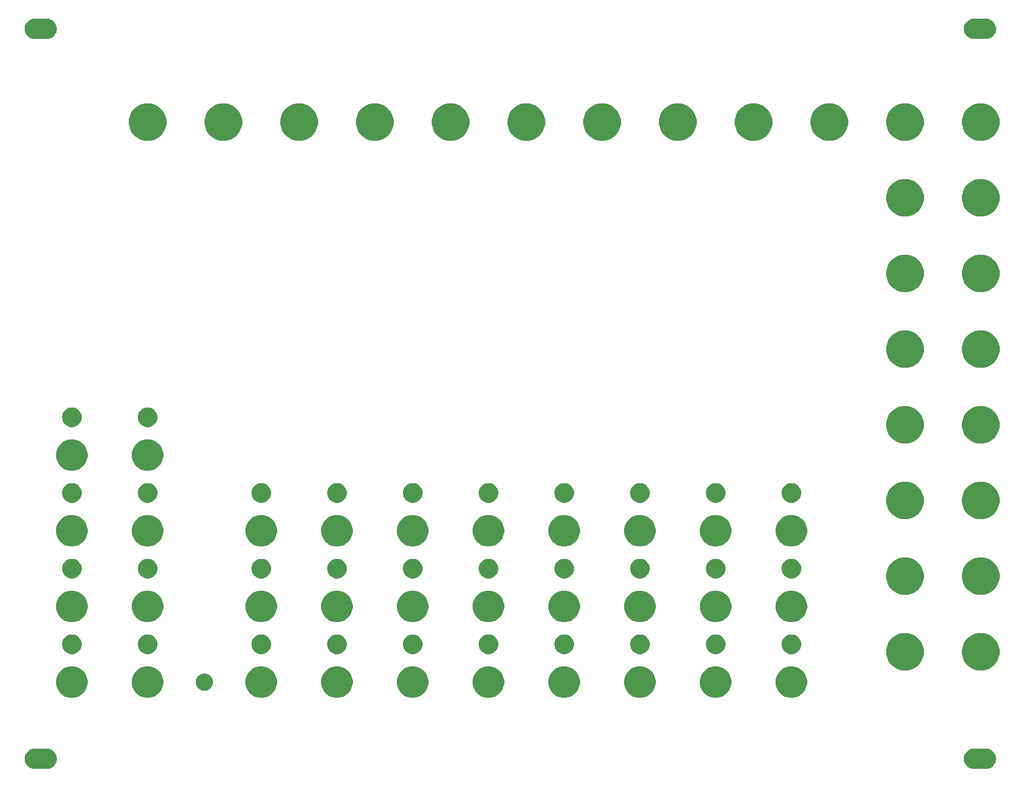
<source format=gts>
G04 #@! TF.GenerationSoftware,KiCad,Pcbnew,(5.0.2)-1*
G04 #@! TF.CreationDate,2019-04-08T13:39:08+02:00*
G04 #@! TF.ProjectId,frontpanel,66726f6e-7470-4616-9e65-6c2e6b696361,rev?*
G04 #@! TF.SameCoordinates,Original*
G04 #@! TF.FileFunction,Soldermask,Top*
G04 #@! TF.FilePolarity,Negative*
%FSLAX46Y46*%
G04 Gerber Fmt 4.6, Leading zero omitted, Abs format (unit mm)*
G04 Created by KiCad (PCBNEW (5.0.2)-1) date 04/08/19 13:39:08*
%MOMM*%
%LPD*%
G01*
G04 APERTURE LIST*
%ADD10C,0.100000*%
G04 APERTURE END LIST*
D10*
G36*
X242346759Y-150883199D02*
X242513258Y-150899598D01*
X242726892Y-150964403D01*
X242833710Y-150996806D01*
X243129041Y-151154664D01*
X243387898Y-151367102D01*
X243600336Y-151625959D01*
X243758194Y-151921290D01*
X243758194Y-151921291D01*
X243855402Y-152241742D01*
X243888225Y-152575000D01*
X243855402Y-152908258D01*
X243790597Y-153121892D01*
X243758194Y-153228710D01*
X243600336Y-153524041D01*
X243387898Y-153782898D01*
X243129041Y-153995336D01*
X242833710Y-154153194D01*
X242726892Y-154185597D01*
X242513258Y-154250402D01*
X242346759Y-154266801D01*
X242263511Y-154275000D01*
X240096489Y-154275000D01*
X240013241Y-154266801D01*
X239846742Y-154250402D01*
X239633108Y-154185597D01*
X239526290Y-154153194D01*
X239230959Y-153995336D01*
X238972102Y-153782898D01*
X238759664Y-153524041D01*
X238601806Y-153228710D01*
X238569403Y-153121892D01*
X238504598Y-152908258D01*
X238471775Y-152575000D01*
X238504598Y-152241742D01*
X238601806Y-151921291D01*
X238601806Y-151921290D01*
X238759664Y-151625959D01*
X238972102Y-151367102D01*
X239230959Y-151154664D01*
X239526290Y-150996806D01*
X239633108Y-150964403D01*
X239846742Y-150899598D01*
X240013241Y-150883199D01*
X240096489Y-150875000D01*
X242263511Y-150875000D01*
X242346759Y-150883199D01*
X242346759Y-150883199D01*
G37*
G36*
X84866759Y-150883199D02*
X85033258Y-150899598D01*
X85246892Y-150964403D01*
X85353710Y-150996806D01*
X85649041Y-151154664D01*
X85907898Y-151367102D01*
X86120336Y-151625959D01*
X86278194Y-151921290D01*
X86278194Y-151921291D01*
X86375402Y-152241742D01*
X86408225Y-152575000D01*
X86375402Y-152908258D01*
X86310597Y-153121892D01*
X86278194Y-153228710D01*
X86120336Y-153524041D01*
X85907898Y-153782898D01*
X85649041Y-153995336D01*
X85353710Y-154153194D01*
X85246892Y-154185597D01*
X85033258Y-154250402D01*
X84866759Y-154266801D01*
X84783511Y-154275000D01*
X82616489Y-154275000D01*
X82533241Y-154266801D01*
X82366742Y-154250402D01*
X82153108Y-154185597D01*
X82046290Y-154153194D01*
X81750959Y-153995336D01*
X81492102Y-153782898D01*
X81279664Y-153524041D01*
X81121806Y-153228710D01*
X81089403Y-153121892D01*
X81024598Y-152908258D01*
X80991775Y-152575000D01*
X81024598Y-152241742D01*
X81121806Y-151921291D01*
X81121806Y-151921290D01*
X81279664Y-151625959D01*
X81492102Y-151367102D01*
X81750959Y-151154664D01*
X82046290Y-150996806D01*
X82153108Y-150964403D01*
X82366742Y-150899598D01*
X82533241Y-150883199D01*
X82616489Y-150875000D01*
X84783511Y-150875000D01*
X84866759Y-150883199D01*
X84866759Y-150883199D01*
G37*
G36*
X184922976Y-137151838D02*
X185405246Y-137351601D01*
X185494882Y-137411494D01*
X185839279Y-137641613D01*
X186208387Y-138010721D01*
X186208389Y-138010724D01*
X186498399Y-138444754D01*
X186698162Y-138927024D01*
X186800000Y-139438998D01*
X186800000Y-139961002D01*
X186698162Y-140472976D01*
X186498399Y-140955246D01*
X186368268Y-141150000D01*
X186208387Y-141389279D01*
X185839279Y-141758387D01*
X185839276Y-141758389D01*
X185405246Y-142048399D01*
X185405245Y-142048400D01*
X185405244Y-142048400D01*
X184922976Y-142248162D01*
X184411004Y-142350000D01*
X183888996Y-142350000D01*
X183377024Y-142248162D01*
X182894756Y-142048400D01*
X182894755Y-142048400D01*
X182894754Y-142048399D01*
X182460724Y-141758389D01*
X182460721Y-141758387D01*
X182091613Y-141389279D01*
X181931732Y-141150000D01*
X181801601Y-140955246D01*
X181601838Y-140472976D01*
X181500000Y-139961002D01*
X181500000Y-139438998D01*
X181601838Y-138927024D01*
X181801601Y-138444754D01*
X182091611Y-138010724D01*
X182091613Y-138010721D01*
X182460721Y-137641613D01*
X182805118Y-137411494D01*
X182894754Y-137351601D01*
X183377024Y-137151838D01*
X183888996Y-137050000D01*
X184411004Y-137050000D01*
X184922976Y-137151838D01*
X184922976Y-137151838D01*
G37*
G36*
X197622976Y-137151838D02*
X198105246Y-137351601D01*
X198194882Y-137411494D01*
X198539279Y-137641613D01*
X198908387Y-138010721D01*
X198908389Y-138010724D01*
X199198399Y-138444754D01*
X199398162Y-138927024D01*
X199500000Y-139438998D01*
X199500000Y-139961002D01*
X199398162Y-140472976D01*
X199198399Y-140955246D01*
X199068268Y-141150000D01*
X198908387Y-141389279D01*
X198539279Y-141758387D01*
X198539276Y-141758389D01*
X198105246Y-142048399D01*
X198105245Y-142048400D01*
X198105244Y-142048400D01*
X197622976Y-142248162D01*
X197111004Y-142350000D01*
X196588996Y-142350000D01*
X196077024Y-142248162D01*
X195594756Y-142048400D01*
X195594755Y-142048400D01*
X195594754Y-142048399D01*
X195160724Y-141758389D01*
X195160721Y-141758387D01*
X194791613Y-141389279D01*
X194631732Y-141150000D01*
X194501601Y-140955246D01*
X194301838Y-140472976D01*
X194200000Y-139961002D01*
X194200000Y-139438998D01*
X194301838Y-138927024D01*
X194501601Y-138444754D01*
X194791611Y-138010724D01*
X194791613Y-138010721D01*
X195160721Y-137641613D01*
X195505118Y-137411494D01*
X195594754Y-137351601D01*
X196077024Y-137151838D01*
X196588996Y-137050000D01*
X197111004Y-137050000D01*
X197622976Y-137151838D01*
X197622976Y-137151838D01*
G37*
G36*
X172222976Y-137151838D02*
X172705246Y-137351601D01*
X172794882Y-137411494D01*
X173139279Y-137641613D01*
X173508387Y-138010721D01*
X173508389Y-138010724D01*
X173798399Y-138444754D01*
X173998162Y-138927024D01*
X174100000Y-139438998D01*
X174100000Y-139961002D01*
X173998162Y-140472976D01*
X173798399Y-140955246D01*
X173668268Y-141150000D01*
X173508387Y-141389279D01*
X173139279Y-141758387D01*
X173139276Y-141758389D01*
X172705246Y-142048399D01*
X172705245Y-142048400D01*
X172705244Y-142048400D01*
X172222976Y-142248162D01*
X171711004Y-142350000D01*
X171188996Y-142350000D01*
X170677024Y-142248162D01*
X170194756Y-142048400D01*
X170194755Y-142048400D01*
X170194754Y-142048399D01*
X169760724Y-141758389D01*
X169760721Y-141758387D01*
X169391613Y-141389279D01*
X169231732Y-141150000D01*
X169101601Y-140955246D01*
X168901838Y-140472976D01*
X168800000Y-139961002D01*
X168800000Y-139438998D01*
X168901838Y-138927024D01*
X169101601Y-138444754D01*
X169391611Y-138010724D01*
X169391613Y-138010721D01*
X169760721Y-137641613D01*
X170105118Y-137411494D01*
X170194754Y-137351601D01*
X170677024Y-137151838D01*
X171188996Y-137050000D01*
X171711004Y-137050000D01*
X172222976Y-137151838D01*
X172222976Y-137151838D01*
G37*
G36*
X159522976Y-137151838D02*
X160005246Y-137351601D01*
X160094882Y-137411494D01*
X160439279Y-137641613D01*
X160808387Y-138010721D01*
X160808389Y-138010724D01*
X161098399Y-138444754D01*
X161298162Y-138927024D01*
X161400000Y-139438998D01*
X161400000Y-139961002D01*
X161298162Y-140472976D01*
X161098399Y-140955246D01*
X160968268Y-141150000D01*
X160808387Y-141389279D01*
X160439279Y-141758387D01*
X160439276Y-141758389D01*
X160005246Y-142048399D01*
X160005245Y-142048400D01*
X160005244Y-142048400D01*
X159522976Y-142248162D01*
X159011004Y-142350000D01*
X158488996Y-142350000D01*
X157977024Y-142248162D01*
X157494756Y-142048400D01*
X157494755Y-142048400D01*
X157494754Y-142048399D01*
X157060724Y-141758389D01*
X157060721Y-141758387D01*
X156691613Y-141389279D01*
X156531732Y-141150000D01*
X156401601Y-140955246D01*
X156201838Y-140472976D01*
X156100000Y-139961002D01*
X156100000Y-139438998D01*
X156201838Y-138927024D01*
X156401601Y-138444754D01*
X156691611Y-138010724D01*
X156691613Y-138010721D01*
X157060721Y-137641613D01*
X157405118Y-137411494D01*
X157494754Y-137351601D01*
X157977024Y-137151838D01*
X158488996Y-137050000D01*
X159011004Y-137050000D01*
X159522976Y-137151838D01*
X159522976Y-137151838D01*
G37*
G36*
X146822976Y-137151838D02*
X147305246Y-137351601D01*
X147394882Y-137411494D01*
X147739279Y-137641613D01*
X148108387Y-138010721D01*
X148108389Y-138010724D01*
X148398399Y-138444754D01*
X148598162Y-138927024D01*
X148700000Y-139438998D01*
X148700000Y-139961002D01*
X148598162Y-140472976D01*
X148398399Y-140955246D01*
X148268268Y-141150000D01*
X148108387Y-141389279D01*
X147739279Y-141758387D01*
X147739276Y-141758389D01*
X147305246Y-142048399D01*
X147305245Y-142048400D01*
X147305244Y-142048400D01*
X146822976Y-142248162D01*
X146311004Y-142350000D01*
X145788996Y-142350000D01*
X145277024Y-142248162D01*
X144794756Y-142048400D01*
X144794755Y-142048400D01*
X144794754Y-142048399D01*
X144360724Y-141758389D01*
X144360721Y-141758387D01*
X143991613Y-141389279D01*
X143831732Y-141150000D01*
X143701601Y-140955246D01*
X143501838Y-140472976D01*
X143400000Y-139961002D01*
X143400000Y-139438998D01*
X143501838Y-138927024D01*
X143701601Y-138444754D01*
X143991611Y-138010724D01*
X143991613Y-138010721D01*
X144360721Y-137641613D01*
X144705118Y-137411494D01*
X144794754Y-137351601D01*
X145277024Y-137151838D01*
X145788996Y-137050000D01*
X146311004Y-137050000D01*
X146822976Y-137151838D01*
X146822976Y-137151838D01*
G37*
G36*
X134122976Y-137151838D02*
X134605246Y-137351601D01*
X134694882Y-137411494D01*
X135039279Y-137641613D01*
X135408387Y-138010721D01*
X135408389Y-138010724D01*
X135698399Y-138444754D01*
X135898162Y-138927024D01*
X136000000Y-139438998D01*
X136000000Y-139961002D01*
X135898162Y-140472976D01*
X135698399Y-140955246D01*
X135568268Y-141150000D01*
X135408387Y-141389279D01*
X135039279Y-141758387D01*
X135039276Y-141758389D01*
X134605246Y-142048399D01*
X134605245Y-142048400D01*
X134605244Y-142048400D01*
X134122976Y-142248162D01*
X133611004Y-142350000D01*
X133088996Y-142350000D01*
X132577024Y-142248162D01*
X132094756Y-142048400D01*
X132094755Y-142048400D01*
X132094754Y-142048399D01*
X131660724Y-141758389D01*
X131660721Y-141758387D01*
X131291613Y-141389279D01*
X131131732Y-141150000D01*
X131001601Y-140955246D01*
X130801838Y-140472976D01*
X130700000Y-139961002D01*
X130700000Y-139438998D01*
X130801838Y-138927024D01*
X131001601Y-138444754D01*
X131291611Y-138010724D01*
X131291613Y-138010721D01*
X131660721Y-137641613D01*
X132005118Y-137411494D01*
X132094754Y-137351601D01*
X132577024Y-137151838D01*
X133088996Y-137050000D01*
X133611004Y-137050000D01*
X134122976Y-137151838D01*
X134122976Y-137151838D01*
G37*
G36*
X121422976Y-137151838D02*
X121905246Y-137351601D01*
X121994882Y-137411494D01*
X122339279Y-137641613D01*
X122708387Y-138010721D01*
X122708389Y-138010724D01*
X122998399Y-138444754D01*
X123198162Y-138927024D01*
X123300000Y-139438998D01*
X123300000Y-139961002D01*
X123198162Y-140472976D01*
X122998399Y-140955246D01*
X122868268Y-141150000D01*
X122708387Y-141389279D01*
X122339279Y-141758387D01*
X122339276Y-141758389D01*
X121905246Y-142048399D01*
X121905245Y-142048400D01*
X121905244Y-142048400D01*
X121422976Y-142248162D01*
X120911004Y-142350000D01*
X120388996Y-142350000D01*
X119877024Y-142248162D01*
X119394756Y-142048400D01*
X119394755Y-142048400D01*
X119394754Y-142048399D01*
X118960724Y-141758389D01*
X118960721Y-141758387D01*
X118591613Y-141389279D01*
X118431732Y-141150000D01*
X118301601Y-140955246D01*
X118101838Y-140472976D01*
X118000000Y-139961002D01*
X118000000Y-139438998D01*
X118101838Y-138927024D01*
X118301601Y-138444754D01*
X118591611Y-138010724D01*
X118591613Y-138010721D01*
X118960721Y-137641613D01*
X119305118Y-137411494D01*
X119394754Y-137351601D01*
X119877024Y-137151838D01*
X120388996Y-137050000D01*
X120911004Y-137050000D01*
X121422976Y-137151838D01*
X121422976Y-137151838D01*
G37*
G36*
X102372976Y-137151838D02*
X102855246Y-137351601D01*
X102944882Y-137411494D01*
X103289279Y-137641613D01*
X103658387Y-138010721D01*
X103658389Y-138010724D01*
X103948399Y-138444754D01*
X104148162Y-138927024D01*
X104250000Y-139438998D01*
X104250000Y-139961002D01*
X104148162Y-140472976D01*
X103948399Y-140955246D01*
X103818268Y-141150000D01*
X103658387Y-141389279D01*
X103289279Y-141758387D01*
X103289276Y-141758389D01*
X102855246Y-142048399D01*
X102855245Y-142048400D01*
X102855244Y-142048400D01*
X102372976Y-142248162D01*
X101861004Y-142350000D01*
X101338996Y-142350000D01*
X100827024Y-142248162D01*
X100344756Y-142048400D01*
X100344755Y-142048400D01*
X100344754Y-142048399D01*
X99910724Y-141758389D01*
X99910721Y-141758387D01*
X99541613Y-141389279D01*
X99381732Y-141150000D01*
X99251601Y-140955246D01*
X99051838Y-140472976D01*
X98950000Y-139961002D01*
X98950000Y-139438998D01*
X99051838Y-138927024D01*
X99251601Y-138444754D01*
X99541611Y-138010724D01*
X99541613Y-138010721D01*
X99910721Y-137641613D01*
X100255118Y-137411494D01*
X100344754Y-137351601D01*
X100827024Y-137151838D01*
X101338996Y-137050000D01*
X101861004Y-137050000D01*
X102372976Y-137151838D01*
X102372976Y-137151838D01*
G37*
G36*
X89672976Y-137151838D02*
X90155246Y-137351601D01*
X90244882Y-137411494D01*
X90589279Y-137641613D01*
X90958387Y-138010721D01*
X90958389Y-138010724D01*
X91248399Y-138444754D01*
X91448162Y-138927024D01*
X91550000Y-139438998D01*
X91550000Y-139961002D01*
X91448162Y-140472976D01*
X91248399Y-140955246D01*
X91118268Y-141150000D01*
X90958387Y-141389279D01*
X90589279Y-141758387D01*
X90589276Y-141758389D01*
X90155246Y-142048399D01*
X90155245Y-142048400D01*
X90155244Y-142048400D01*
X89672976Y-142248162D01*
X89161004Y-142350000D01*
X88638996Y-142350000D01*
X88127024Y-142248162D01*
X87644756Y-142048400D01*
X87644755Y-142048400D01*
X87644754Y-142048399D01*
X87210724Y-141758389D01*
X87210721Y-141758387D01*
X86841613Y-141389279D01*
X86681732Y-141150000D01*
X86551601Y-140955246D01*
X86351838Y-140472976D01*
X86250000Y-139961002D01*
X86250000Y-139438998D01*
X86351838Y-138927024D01*
X86551601Y-138444754D01*
X86841611Y-138010724D01*
X86841613Y-138010721D01*
X87210721Y-137641613D01*
X87555118Y-137411494D01*
X87644754Y-137351601D01*
X88127024Y-137151838D01*
X88638996Y-137050000D01*
X89161004Y-137050000D01*
X89672976Y-137151838D01*
X89672976Y-137151838D01*
G37*
G36*
X210322976Y-137151838D02*
X210805246Y-137351601D01*
X210894882Y-137411494D01*
X211239279Y-137641613D01*
X211608387Y-138010721D01*
X211608389Y-138010724D01*
X211898399Y-138444754D01*
X212098162Y-138927024D01*
X212200000Y-139438998D01*
X212200000Y-139961002D01*
X212098162Y-140472976D01*
X211898399Y-140955246D01*
X211768268Y-141150000D01*
X211608387Y-141389279D01*
X211239279Y-141758387D01*
X211239276Y-141758389D01*
X210805246Y-142048399D01*
X210805245Y-142048400D01*
X210805244Y-142048400D01*
X210322976Y-142248162D01*
X209811004Y-142350000D01*
X209288996Y-142350000D01*
X208777024Y-142248162D01*
X208294756Y-142048400D01*
X208294755Y-142048400D01*
X208294754Y-142048399D01*
X207860724Y-141758389D01*
X207860721Y-141758387D01*
X207491613Y-141389279D01*
X207331732Y-141150000D01*
X207201601Y-140955246D01*
X207001838Y-140472976D01*
X206900000Y-139961002D01*
X206900000Y-139438998D01*
X207001838Y-138927024D01*
X207201601Y-138444754D01*
X207491611Y-138010724D01*
X207491613Y-138010721D01*
X207860721Y-137641613D01*
X208205118Y-137411494D01*
X208294754Y-137351601D01*
X208777024Y-137151838D01*
X209288996Y-137050000D01*
X209811004Y-137050000D01*
X210322976Y-137151838D01*
X210322976Y-137151838D01*
G37*
G36*
X111547947Y-138305722D02*
X111811833Y-138415027D01*
X112049324Y-138573713D01*
X112251287Y-138775676D01*
X112409973Y-139013167D01*
X112519278Y-139277053D01*
X112575000Y-139557186D01*
X112575000Y-139842814D01*
X112519278Y-140122947D01*
X112409973Y-140386833D01*
X112251287Y-140624324D01*
X112049324Y-140826287D01*
X111811833Y-140984973D01*
X111547947Y-141094278D01*
X111267814Y-141150000D01*
X110982186Y-141150000D01*
X110702053Y-141094278D01*
X110438167Y-140984973D01*
X110200676Y-140826287D01*
X109998713Y-140624324D01*
X109840027Y-140386833D01*
X109730722Y-140122947D01*
X109675000Y-139842814D01*
X109675000Y-139557186D01*
X109730722Y-139277053D01*
X109840027Y-139013167D01*
X109998713Y-138775676D01*
X110200676Y-138573713D01*
X110438167Y-138415027D01*
X110702053Y-138305722D01*
X110982186Y-138250000D01*
X111267814Y-138250000D01*
X111547947Y-138305722D01*
X111547947Y-138305722D01*
G37*
G36*
X241696849Y-131487226D02*
X242218821Y-131591052D01*
X242792085Y-131828506D01*
X243308008Y-132173235D01*
X243746765Y-132611992D01*
X244091494Y-133127915D01*
X244328948Y-133701179D01*
X244450000Y-134309752D01*
X244450000Y-134930248D01*
X244328948Y-135538821D01*
X244091494Y-136112085D01*
X243746765Y-136628008D01*
X243308008Y-137066765D01*
X242792085Y-137411494D01*
X242218821Y-137648948D01*
X241696849Y-137752774D01*
X241610249Y-137770000D01*
X240989751Y-137770000D01*
X240903151Y-137752774D01*
X240381179Y-137648948D01*
X239807915Y-137411494D01*
X239291992Y-137066765D01*
X238853235Y-136628008D01*
X238508506Y-136112085D01*
X238271052Y-135538821D01*
X238150000Y-134930248D01*
X238150000Y-134309752D01*
X238271052Y-133701179D01*
X238508506Y-133127915D01*
X238853235Y-132611992D01*
X239291992Y-132173235D01*
X239807915Y-131828506D01*
X240381179Y-131591052D01*
X240903151Y-131487226D01*
X240989751Y-131470000D01*
X241610249Y-131470000D01*
X241696849Y-131487226D01*
X241696849Y-131487226D01*
G37*
G36*
X228996849Y-131487226D02*
X229518821Y-131591052D01*
X230092085Y-131828506D01*
X230608008Y-132173235D01*
X231046765Y-132611992D01*
X231391494Y-133127915D01*
X231628948Y-133701179D01*
X231750000Y-134309752D01*
X231750000Y-134930248D01*
X231628948Y-135538821D01*
X231391494Y-136112085D01*
X231046765Y-136628008D01*
X230608008Y-137066765D01*
X230092085Y-137411494D01*
X229518821Y-137648948D01*
X228996849Y-137752774D01*
X228910249Y-137770000D01*
X228289751Y-137770000D01*
X228203151Y-137752774D01*
X227681179Y-137648948D01*
X227107915Y-137411494D01*
X226591992Y-137066765D01*
X226153235Y-136628008D01*
X225808506Y-136112085D01*
X225571052Y-135538821D01*
X225450000Y-134930248D01*
X225450000Y-134309752D01*
X225571052Y-133701179D01*
X225808506Y-133127915D01*
X226153235Y-132611992D01*
X226591992Y-132173235D01*
X227107915Y-131828506D01*
X227681179Y-131591052D01*
X228203151Y-131487226D01*
X228289751Y-131470000D01*
X228910249Y-131470000D01*
X228996849Y-131487226D01*
X228996849Y-131487226D01*
G37*
G36*
X197331287Y-131763408D02*
X197631568Y-131887789D01*
X197901814Y-132068361D01*
X198131639Y-132298186D01*
X198312211Y-132568432D01*
X198436592Y-132868713D01*
X198500000Y-133187489D01*
X198500000Y-133512511D01*
X198436592Y-133831287D01*
X198312211Y-134131568D01*
X198131639Y-134401814D01*
X197901814Y-134631639D01*
X197631568Y-134812211D01*
X197331287Y-134936592D01*
X197012511Y-135000000D01*
X196687489Y-135000000D01*
X196368713Y-134936592D01*
X196068432Y-134812211D01*
X195798186Y-134631639D01*
X195568361Y-134401814D01*
X195387789Y-134131568D01*
X195263408Y-133831287D01*
X195200000Y-133512511D01*
X195200000Y-133187489D01*
X195263408Y-132868713D01*
X195387789Y-132568432D01*
X195568361Y-132298186D01*
X195798186Y-132068361D01*
X196068432Y-131887789D01*
X196368713Y-131763408D01*
X196687489Y-131700000D01*
X197012511Y-131700000D01*
X197331287Y-131763408D01*
X197331287Y-131763408D01*
G37*
G36*
X121131287Y-131763408D02*
X121431568Y-131887789D01*
X121701814Y-132068361D01*
X121931639Y-132298186D01*
X122112211Y-132568432D01*
X122236592Y-132868713D01*
X122300000Y-133187489D01*
X122300000Y-133512511D01*
X122236592Y-133831287D01*
X122112211Y-134131568D01*
X121931639Y-134401814D01*
X121701814Y-134631639D01*
X121431568Y-134812211D01*
X121131287Y-134936592D01*
X120812511Y-135000000D01*
X120487489Y-135000000D01*
X120168713Y-134936592D01*
X119868432Y-134812211D01*
X119598186Y-134631639D01*
X119368361Y-134401814D01*
X119187789Y-134131568D01*
X119063408Y-133831287D01*
X119000000Y-133512511D01*
X119000000Y-133187489D01*
X119063408Y-132868713D01*
X119187789Y-132568432D01*
X119368361Y-132298186D01*
X119598186Y-132068361D01*
X119868432Y-131887789D01*
X120168713Y-131763408D01*
X120487489Y-131700000D01*
X120812511Y-131700000D01*
X121131287Y-131763408D01*
X121131287Y-131763408D01*
G37*
G36*
X133831287Y-131763408D02*
X134131568Y-131887789D01*
X134401814Y-132068361D01*
X134631639Y-132298186D01*
X134812211Y-132568432D01*
X134936592Y-132868713D01*
X135000000Y-133187489D01*
X135000000Y-133512511D01*
X134936592Y-133831287D01*
X134812211Y-134131568D01*
X134631639Y-134401814D01*
X134401814Y-134631639D01*
X134131568Y-134812211D01*
X133831287Y-134936592D01*
X133512511Y-135000000D01*
X133187489Y-135000000D01*
X132868713Y-134936592D01*
X132568432Y-134812211D01*
X132298186Y-134631639D01*
X132068361Y-134401814D01*
X131887789Y-134131568D01*
X131763408Y-133831287D01*
X131700000Y-133512511D01*
X131700000Y-133187489D01*
X131763408Y-132868713D01*
X131887789Y-132568432D01*
X132068361Y-132298186D01*
X132298186Y-132068361D01*
X132568432Y-131887789D01*
X132868713Y-131763408D01*
X133187489Y-131700000D01*
X133512511Y-131700000D01*
X133831287Y-131763408D01*
X133831287Y-131763408D01*
G37*
G36*
X146531287Y-131763408D02*
X146831568Y-131887789D01*
X147101814Y-132068361D01*
X147331639Y-132298186D01*
X147512211Y-132568432D01*
X147636592Y-132868713D01*
X147700000Y-133187489D01*
X147700000Y-133512511D01*
X147636592Y-133831287D01*
X147512211Y-134131568D01*
X147331639Y-134401814D01*
X147101814Y-134631639D01*
X146831568Y-134812211D01*
X146531287Y-134936592D01*
X146212511Y-135000000D01*
X145887489Y-135000000D01*
X145568713Y-134936592D01*
X145268432Y-134812211D01*
X144998186Y-134631639D01*
X144768361Y-134401814D01*
X144587789Y-134131568D01*
X144463408Y-133831287D01*
X144400000Y-133512511D01*
X144400000Y-133187489D01*
X144463408Y-132868713D01*
X144587789Y-132568432D01*
X144768361Y-132298186D01*
X144998186Y-132068361D01*
X145268432Y-131887789D01*
X145568713Y-131763408D01*
X145887489Y-131700000D01*
X146212511Y-131700000D01*
X146531287Y-131763408D01*
X146531287Y-131763408D01*
G37*
G36*
X159231287Y-131763408D02*
X159531568Y-131887789D01*
X159801814Y-132068361D01*
X160031639Y-132298186D01*
X160212211Y-132568432D01*
X160336592Y-132868713D01*
X160400000Y-133187489D01*
X160400000Y-133512511D01*
X160336592Y-133831287D01*
X160212211Y-134131568D01*
X160031639Y-134401814D01*
X159801814Y-134631639D01*
X159531568Y-134812211D01*
X159231287Y-134936592D01*
X158912511Y-135000000D01*
X158587489Y-135000000D01*
X158268713Y-134936592D01*
X157968432Y-134812211D01*
X157698186Y-134631639D01*
X157468361Y-134401814D01*
X157287789Y-134131568D01*
X157163408Y-133831287D01*
X157100000Y-133512511D01*
X157100000Y-133187489D01*
X157163408Y-132868713D01*
X157287789Y-132568432D01*
X157468361Y-132298186D01*
X157698186Y-132068361D01*
X157968432Y-131887789D01*
X158268713Y-131763408D01*
X158587489Y-131700000D01*
X158912511Y-131700000D01*
X159231287Y-131763408D01*
X159231287Y-131763408D01*
G37*
G36*
X102081287Y-131763408D02*
X102381568Y-131887789D01*
X102651814Y-132068361D01*
X102881639Y-132298186D01*
X103062211Y-132568432D01*
X103186592Y-132868713D01*
X103250000Y-133187489D01*
X103250000Y-133512511D01*
X103186592Y-133831287D01*
X103062211Y-134131568D01*
X102881639Y-134401814D01*
X102651814Y-134631639D01*
X102381568Y-134812211D01*
X102081287Y-134936592D01*
X101762511Y-135000000D01*
X101437489Y-135000000D01*
X101118713Y-134936592D01*
X100818432Y-134812211D01*
X100548186Y-134631639D01*
X100318361Y-134401814D01*
X100137789Y-134131568D01*
X100013408Y-133831287D01*
X99950000Y-133512511D01*
X99950000Y-133187489D01*
X100013408Y-132868713D01*
X100137789Y-132568432D01*
X100318361Y-132298186D01*
X100548186Y-132068361D01*
X100818432Y-131887789D01*
X101118713Y-131763408D01*
X101437489Y-131700000D01*
X101762511Y-131700000D01*
X102081287Y-131763408D01*
X102081287Y-131763408D01*
G37*
G36*
X89381287Y-131763408D02*
X89681568Y-131887789D01*
X89951814Y-132068361D01*
X90181639Y-132298186D01*
X90362211Y-132568432D01*
X90486592Y-132868713D01*
X90550000Y-133187489D01*
X90550000Y-133512511D01*
X90486592Y-133831287D01*
X90362211Y-134131568D01*
X90181639Y-134401814D01*
X89951814Y-134631639D01*
X89681568Y-134812211D01*
X89381287Y-134936592D01*
X89062511Y-135000000D01*
X88737489Y-135000000D01*
X88418713Y-134936592D01*
X88118432Y-134812211D01*
X87848186Y-134631639D01*
X87618361Y-134401814D01*
X87437789Y-134131568D01*
X87313408Y-133831287D01*
X87250000Y-133512511D01*
X87250000Y-133187489D01*
X87313408Y-132868713D01*
X87437789Y-132568432D01*
X87618361Y-132298186D01*
X87848186Y-132068361D01*
X88118432Y-131887789D01*
X88418713Y-131763408D01*
X88737489Y-131700000D01*
X89062511Y-131700000D01*
X89381287Y-131763408D01*
X89381287Y-131763408D01*
G37*
G36*
X171931287Y-131763408D02*
X172231568Y-131887789D01*
X172501814Y-132068361D01*
X172731639Y-132298186D01*
X172912211Y-132568432D01*
X173036592Y-132868713D01*
X173100000Y-133187489D01*
X173100000Y-133512511D01*
X173036592Y-133831287D01*
X172912211Y-134131568D01*
X172731639Y-134401814D01*
X172501814Y-134631639D01*
X172231568Y-134812211D01*
X171931287Y-134936592D01*
X171612511Y-135000000D01*
X171287489Y-135000000D01*
X170968713Y-134936592D01*
X170668432Y-134812211D01*
X170398186Y-134631639D01*
X170168361Y-134401814D01*
X169987789Y-134131568D01*
X169863408Y-133831287D01*
X169800000Y-133512511D01*
X169800000Y-133187489D01*
X169863408Y-132868713D01*
X169987789Y-132568432D01*
X170168361Y-132298186D01*
X170398186Y-132068361D01*
X170668432Y-131887789D01*
X170968713Y-131763408D01*
X171287489Y-131700000D01*
X171612511Y-131700000D01*
X171931287Y-131763408D01*
X171931287Y-131763408D01*
G37*
G36*
X210031287Y-131763408D02*
X210331568Y-131887789D01*
X210601814Y-132068361D01*
X210831639Y-132298186D01*
X211012211Y-132568432D01*
X211136592Y-132868713D01*
X211200000Y-133187489D01*
X211200000Y-133512511D01*
X211136592Y-133831287D01*
X211012211Y-134131568D01*
X210831639Y-134401814D01*
X210601814Y-134631639D01*
X210331568Y-134812211D01*
X210031287Y-134936592D01*
X209712511Y-135000000D01*
X209387489Y-135000000D01*
X209068713Y-134936592D01*
X208768432Y-134812211D01*
X208498186Y-134631639D01*
X208268361Y-134401814D01*
X208087789Y-134131568D01*
X207963408Y-133831287D01*
X207900000Y-133512511D01*
X207900000Y-133187489D01*
X207963408Y-132868713D01*
X208087789Y-132568432D01*
X208268361Y-132298186D01*
X208498186Y-132068361D01*
X208768432Y-131887789D01*
X209068713Y-131763408D01*
X209387489Y-131700000D01*
X209712511Y-131700000D01*
X210031287Y-131763408D01*
X210031287Y-131763408D01*
G37*
G36*
X184631287Y-131763408D02*
X184931568Y-131887789D01*
X185201814Y-132068361D01*
X185431639Y-132298186D01*
X185612211Y-132568432D01*
X185736592Y-132868713D01*
X185800000Y-133187489D01*
X185800000Y-133512511D01*
X185736592Y-133831287D01*
X185612211Y-134131568D01*
X185431639Y-134401814D01*
X185201814Y-134631639D01*
X184931568Y-134812211D01*
X184631287Y-134936592D01*
X184312511Y-135000000D01*
X183987489Y-135000000D01*
X183668713Y-134936592D01*
X183368432Y-134812211D01*
X183098186Y-134631639D01*
X182868361Y-134401814D01*
X182687789Y-134131568D01*
X182563408Y-133831287D01*
X182500000Y-133512511D01*
X182500000Y-133187489D01*
X182563408Y-132868713D01*
X182687789Y-132568432D01*
X182868361Y-132298186D01*
X183098186Y-132068361D01*
X183368432Y-131887789D01*
X183668713Y-131763408D01*
X183987489Y-131700000D01*
X184312511Y-131700000D01*
X184631287Y-131763408D01*
X184631287Y-131763408D01*
G37*
G36*
X197622976Y-124451838D02*
X198105246Y-124651601D01*
X198194882Y-124711494D01*
X198539279Y-124941613D01*
X198908387Y-125310721D01*
X199198400Y-125744756D01*
X199398162Y-126227024D01*
X199500000Y-126738996D01*
X199500000Y-127261004D01*
X199398162Y-127772976D01*
X199198400Y-128255244D01*
X198908387Y-128689279D01*
X198539279Y-129058387D01*
X198539276Y-129058389D01*
X198105246Y-129348399D01*
X198105245Y-129348400D01*
X198105244Y-129348400D01*
X197622976Y-129548162D01*
X197111004Y-129650000D01*
X196588996Y-129650000D01*
X196077024Y-129548162D01*
X195594756Y-129348400D01*
X195594755Y-129348400D01*
X195594754Y-129348399D01*
X195160724Y-129058389D01*
X195160721Y-129058387D01*
X194791613Y-128689279D01*
X194501600Y-128255244D01*
X194301838Y-127772976D01*
X194200000Y-127261004D01*
X194200000Y-126738996D01*
X194301838Y-126227024D01*
X194501600Y-125744756D01*
X194791613Y-125310721D01*
X195160721Y-124941613D01*
X195505118Y-124711494D01*
X195594754Y-124651601D01*
X196077024Y-124451838D01*
X196588996Y-124350000D01*
X197111004Y-124350000D01*
X197622976Y-124451838D01*
X197622976Y-124451838D01*
G37*
G36*
X184922976Y-124451838D02*
X185405246Y-124651601D01*
X185494882Y-124711494D01*
X185839279Y-124941613D01*
X186208387Y-125310721D01*
X186498400Y-125744756D01*
X186698162Y-126227024D01*
X186800000Y-126738996D01*
X186800000Y-127261004D01*
X186698162Y-127772976D01*
X186498400Y-128255244D01*
X186208387Y-128689279D01*
X185839279Y-129058387D01*
X185839276Y-129058389D01*
X185405246Y-129348399D01*
X185405245Y-129348400D01*
X185405244Y-129348400D01*
X184922976Y-129548162D01*
X184411004Y-129650000D01*
X183888996Y-129650000D01*
X183377024Y-129548162D01*
X182894756Y-129348400D01*
X182894755Y-129348400D01*
X182894754Y-129348399D01*
X182460724Y-129058389D01*
X182460721Y-129058387D01*
X182091613Y-128689279D01*
X181801600Y-128255244D01*
X181601838Y-127772976D01*
X181500000Y-127261004D01*
X181500000Y-126738996D01*
X181601838Y-126227024D01*
X181801600Y-125744756D01*
X182091613Y-125310721D01*
X182460721Y-124941613D01*
X182805118Y-124711494D01*
X182894754Y-124651601D01*
X183377024Y-124451838D01*
X183888996Y-124350000D01*
X184411004Y-124350000D01*
X184922976Y-124451838D01*
X184922976Y-124451838D01*
G37*
G36*
X172222976Y-124451838D02*
X172705246Y-124651601D01*
X172794882Y-124711494D01*
X173139279Y-124941613D01*
X173508387Y-125310721D01*
X173798400Y-125744756D01*
X173998162Y-126227024D01*
X174100000Y-126738996D01*
X174100000Y-127261004D01*
X173998162Y-127772976D01*
X173798400Y-128255244D01*
X173508387Y-128689279D01*
X173139279Y-129058387D01*
X173139276Y-129058389D01*
X172705246Y-129348399D01*
X172705245Y-129348400D01*
X172705244Y-129348400D01*
X172222976Y-129548162D01*
X171711004Y-129650000D01*
X171188996Y-129650000D01*
X170677024Y-129548162D01*
X170194756Y-129348400D01*
X170194755Y-129348400D01*
X170194754Y-129348399D01*
X169760724Y-129058389D01*
X169760721Y-129058387D01*
X169391613Y-128689279D01*
X169101600Y-128255244D01*
X168901838Y-127772976D01*
X168800000Y-127261004D01*
X168800000Y-126738996D01*
X168901838Y-126227024D01*
X169101600Y-125744756D01*
X169391613Y-125310721D01*
X169760721Y-124941613D01*
X170105118Y-124711494D01*
X170194754Y-124651601D01*
X170677024Y-124451838D01*
X171188996Y-124350000D01*
X171711004Y-124350000D01*
X172222976Y-124451838D01*
X172222976Y-124451838D01*
G37*
G36*
X159522976Y-124451838D02*
X160005246Y-124651601D01*
X160094882Y-124711494D01*
X160439279Y-124941613D01*
X160808387Y-125310721D01*
X161098400Y-125744756D01*
X161298162Y-126227024D01*
X161400000Y-126738996D01*
X161400000Y-127261004D01*
X161298162Y-127772976D01*
X161098400Y-128255244D01*
X160808387Y-128689279D01*
X160439279Y-129058387D01*
X160439276Y-129058389D01*
X160005246Y-129348399D01*
X160005245Y-129348400D01*
X160005244Y-129348400D01*
X159522976Y-129548162D01*
X159011004Y-129650000D01*
X158488996Y-129650000D01*
X157977024Y-129548162D01*
X157494756Y-129348400D01*
X157494755Y-129348400D01*
X157494754Y-129348399D01*
X157060724Y-129058389D01*
X157060721Y-129058387D01*
X156691613Y-128689279D01*
X156401600Y-128255244D01*
X156201838Y-127772976D01*
X156100000Y-127261004D01*
X156100000Y-126738996D01*
X156201838Y-126227024D01*
X156401600Y-125744756D01*
X156691613Y-125310721D01*
X157060721Y-124941613D01*
X157405118Y-124711494D01*
X157494754Y-124651601D01*
X157977024Y-124451838D01*
X158488996Y-124350000D01*
X159011004Y-124350000D01*
X159522976Y-124451838D01*
X159522976Y-124451838D01*
G37*
G36*
X146822976Y-124451838D02*
X147305246Y-124651601D01*
X147394882Y-124711494D01*
X147739279Y-124941613D01*
X148108387Y-125310721D01*
X148398400Y-125744756D01*
X148598162Y-126227024D01*
X148700000Y-126738996D01*
X148700000Y-127261004D01*
X148598162Y-127772976D01*
X148398400Y-128255244D01*
X148108387Y-128689279D01*
X147739279Y-129058387D01*
X147739276Y-129058389D01*
X147305246Y-129348399D01*
X147305245Y-129348400D01*
X147305244Y-129348400D01*
X146822976Y-129548162D01*
X146311004Y-129650000D01*
X145788996Y-129650000D01*
X145277024Y-129548162D01*
X144794756Y-129348400D01*
X144794755Y-129348400D01*
X144794754Y-129348399D01*
X144360724Y-129058389D01*
X144360721Y-129058387D01*
X143991613Y-128689279D01*
X143701600Y-128255244D01*
X143501838Y-127772976D01*
X143400000Y-127261004D01*
X143400000Y-126738996D01*
X143501838Y-126227024D01*
X143701600Y-125744756D01*
X143991613Y-125310721D01*
X144360721Y-124941613D01*
X144705118Y-124711494D01*
X144794754Y-124651601D01*
X145277024Y-124451838D01*
X145788996Y-124350000D01*
X146311004Y-124350000D01*
X146822976Y-124451838D01*
X146822976Y-124451838D01*
G37*
G36*
X121422976Y-124451838D02*
X121905246Y-124651601D01*
X121994882Y-124711494D01*
X122339279Y-124941613D01*
X122708387Y-125310721D01*
X122998400Y-125744756D01*
X123198162Y-126227024D01*
X123300000Y-126738996D01*
X123300000Y-127261004D01*
X123198162Y-127772976D01*
X122998400Y-128255244D01*
X122708387Y-128689279D01*
X122339279Y-129058387D01*
X122339276Y-129058389D01*
X121905246Y-129348399D01*
X121905245Y-129348400D01*
X121905244Y-129348400D01*
X121422976Y-129548162D01*
X120911004Y-129650000D01*
X120388996Y-129650000D01*
X119877024Y-129548162D01*
X119394756Y-129348400D01*
X119394755Y-129348400D01*
X119394754Y-129348399D01*
X118960724Y-129058389D01*
X118960721Y-129058387D01*
X118591613Y-128689279D01*
X118301600Y-128255244D01*
X118101838Y-127772976D01*
X118000000Y-127261004D01*
X118000000Y-126738996D01*
X118101838Y-126227024D01*
X118301600Y-125744756D01*
X118591613Y-125310721D01*
X118960721Y-124941613D01*
X119305118Y-124711494D01*
X119394754Y-124651601D01*
X119877024Y-124451838D01*
X120388996Y-124350000D01*
X120911004Y-124350000D01*
X121422976Y-124451838D01*
X121422976Y-124451838D01*
G37*
G36*
X210322976Y-124451838D02*
X210805246Y-124651601D01*
X210894882Y-124711494D01*
X211239279Y-124941613D01*
X211608387Y-125310721D01*
X211898400Y-125744756D01*
X212098162Y-126227024D01*
X212200000Y-126738996D01*
X212200000Y-127261004D01*
X212098162Y-127772976D01*
X211898400Y-128255244D01*
X211608387Y-128689279D01*
X211239279Y-129058387D01*
X211239276Y-129058389D01*
X210805246Y-129348399D01*
X210805245Y-129348400D01*
X210805244Y-129348400D01*
X210322976Y-129548162D01*
X209811004Y-129650000D01*
X209288996Y-129650000D01*
X208777024Y-129548162D01*
X208294756Y-129348400D01*
X208294755Y-129348400D01*
X208294754Y-129348399D01*
X207860724Y-129058389D01*
X207860721Y-129058387D01*
X207491613Y-128689279D01*
X207201600Y-128255244D01*
X207001838Y-127772976D01*
X206900000Y-127261004D01*
X206900000Y-126738996D01*
X207001838Y-126227024D01*
X207201600Y-125744756D01*
X207491613Y-125310721D01*
X207860721Y-124941613D01*
X208205118Y-124711494D01*
X208294754Y-124651601D01*
X208777024Y-124451838D01*
X209288996Y-124350000D01*
X209811004Y-124350000D01*
X210322976Y-124451838D01*
X210322976Y-124451838D01*
G37*
G36*
X89672976Y-124451838D02*
X90155246Y-124651601D01*
X90244882Y-124711494D01*
X90589279Y-124941613D01*
X90958387Y-125310721D01*
X91248400Y-125744756D01*
X91448162Y-126227024D01*
X91550000Y-126738996D01*
X91550000Y-127261004D01*
X91448162Y-127772976D01*
X91248400Y-128255244D01*
X90958387Y-128689279D01*
X90589279Y-129058387D01*
X90589276Y-129058389D01*
X90155246Y-129348399D01*
X90155245Y-129348400D01*
X90155244Y-129348400D01*
X89672976Y-129548162D01*
X89161004Y-129650000D01*
X88638996Y-129650000D01*
X88127024Y-129548162D01*
X87644756Y-129348400D01*
X87644755Y-129348400D01*
X87644754Y-129348399D01*
X87210724Y-129058389D01*
X87210721Y-129058387D01*
X86841613Y-128689279D01*
X86551600Y-128255244D01*
X86351838Y-127772976D01*
X86250000Y-127261004D01*
X86250000Y-126738996D01*
X86351838Y-126227024D01*
X86551600Y-125744756D01*
X86841613Y-125310721D01*
X87210721Y-124941613D01*
X87555118Y-124711494D01*
X87644754Y-124651601D01*
X88127024Y-124451838D01*
X88638996Y-124350000D01*
X89161004Y-124350000D01*
X89672976Y-124451838D01*
X89672976Y-124451838D01*
G37*
G36*
X102372976Y-124451838D02*
X102855246Y-124651601D01*
X102944882Y-124711494D01*
X103289279Y-124941613D01*
X103658387Y-125310721D01*
X103948400Y-125744756D01*
X104148162Y-126227024D01*
X104250000Y-126738996D01*
X104250000Y-127261004D01*
X104148162Y-127772976D01*
X103948400Y-128255244D01*
X103658387Y-128689279D01*
X103289279Y-129058387D01*
X103289276Y-129058389D01*
X102855246Y-129348399D01*
X102855245Y-129348400D01*
X102855244Y-129348400D01*
X102372976Y-129548162D01*
X101861004Y-129650000D01*
X101338996Y-129650000D01*
X100827024Y-129548162D01*
X100344756Y-129348400D01*
X100344755Y-129348400D01*
X100344754Y-129348399D01*
X99910724Y-129058389D01*
X99910721Y-129058387D01*
X99541613Y-128689279D01*
X99251600Y-128255244D01*
X99051838Y-127772976D01*
X98950000Y-127261004D01*
X98950000Y-126738996D01*
X99051838Y-126227024D01*
X99251600Y-125744756D01*
X99541613Y-125310721D01*
X99910721Y-124941613D01*
X100255118Y-124711494D01*
X100344754Y-124651601D01*
X100827024Y-124451838D01*
X101338996Y-124350000D01*
X101861004Y-124350000D01*
X102372976Y-124451838D01*
X102372976Y-124451838D01*
G37*
G36*
X134122976Y-124451838D02*
X134605246Y-124651601D01*
X134694882Y-124711494D01*
X135039279Y-124941613D01*
X135408387Y-125310721D01*
X135698400Y-125744756D01*
X135898162Y-126227024D01*
X136000000Y-126738996D01*
X136000000Y-127261004D01*
X135898162Y-127772976D01*
X135698400Y-128255244D01*
X135408387Y-128689279D01*
X135039279Y-129058387D01*
X135039276Y-129058389D01*
X134605246Y-129348399D01*
X134605245Y-129348400D01*
X134605244Y-129348400D01*
X134122976Y-129548162D01*
X133611004Y-129650000D01*
X133088996Y-129650000D01*
X132577024Y-129548162D01*
X132094756Y-129348400D01*
X132094755Y-129348400D01*
X132094754Y-129348399D01*
X131660724Y-129058389D01*
X131660721Y-129058387D01*
X131291613Y-128689279D01*
X131001600Y-128255244D01*
X130801838Y-127772976D01*
X130700000Y-127261004D01*
X130700000Y-126738996D01*
X130801838Y-126227024D01*
X131001600Y-125744756D01*
X131291613Y-125310721D01*
X131660721Y-124941613D01*
X132005118Y-124711494D01*
X132094754Y-124651601D01*
X132577024Y-124451838D01*
X133088996Y-124350000D01*
X133611004Y-124350000D01*
X134122976Y-124451838D01*
X134122976Y-124451838D01*
G37*
G36*
X241696849Y-118787226D02*
X242218821Y-118891052D01*
X242792085Y-119128506D01*
X243308008Y-119473235D01*
X243746765Y-119911992D01*
X244091494Y-120427915D01*
X244328948Y-121001179D01*
X244450000Y-121609752D01*
X244450000Y-122230248D01*
X244328948Y-122838821D01*
X244091494Y-123412085D01*
X243746765Y-123928008D01*
X243308008Y-124366765D01*
X242792085Y-124711494D01*
X242218821Y-124948948D01*
X241696849Y-125052774D01*
X241610249Y-125070000D01*
X240989751Y-125070000D01*
X240903151Y-125052774D01*
X240381179Y-124948948D01*
X239807915Y-124711494D01*
X239291992Y-124366765D01*
X238853235Y-123928008D01*
X238508506Y-123412085D01*
X238271052Y-122838821D01*
X238150000Y-122230248D01*
X238150000Y-121609752D01*
X238271052Y-121001179D01*
X238508506Y-120427915D01*
X238853235Y-119911992D01*
X239291992Y-119473235D01*
X239807915Y-119128506D01*
X240381179Y-118891052D01*
X240903151Y-118787226D01*
X240989751Y-118770000D01*
X241610249Y-118770000D01*
X241696849Y-118787226D01*
X241696849Y-118787226D01*
G37*
G36*
X228996849Y-118787226D02*
X229518821Y-118891052D01*
X230092085Y-119128506D01*
X230608008Y-119473235D01*
X231046765Y-119911992D01*
X231391494Y-120427915D01*
X231628948Y-121001179D01*
X231750000Y-121609752D01*
X231750000Y-122230248D01*
X231628948Y-122838821D01*
X231391494Y-123412085D01*
X231046765Y-123928008D01*
X230608008Y-124366765D01*
X230092085Y-124711494D01*
X229518821Y-124948948D01*
X228996849Y-125052774D01*
X228910249Y-125070000D01*
X228289751Y-125070000D01*
X228203151Y-125052774D01*
X227681179Y-124948948D01*
X227107915Y-124711494D01*
X226591992Y-124366765D01*
X226153235Y-123928008D01*
X225808506Y-123412085D01*
X225571052Y-122838821D01*
X225450000Y-122230248D01*
X225450000Y-121609752D01*
X225571052Y-121001179D01*
X225808506Y-120427915D01*
X226153235Y-119911992D01*
X226591992Y-119473235D01*
X227107915Y-119128506D01*
X227681179Y-118891052D01*
X228203151Y-118787226D01*
X228289751Y-118770000D01*
X228910249Y-118770000D01*
X228996849Y-118787226D01*
X228996849Y-118787226D01*
G37*
G36*
X121131287Y-119063408D02*
X121431568Y-119187789D01*
X121701814Y-119368361D01*
X121931639Y-119598186D01*
X122112211Y-119868432D01*
X122236592Y-120168713D01*
X122300000Y-120487489D01*
X122300000Y-120812511D01*
X122236592Y-121131287D01*
X122112211Y-121431568D01*
X121931639Y-121701814D01*
X121701814Y-121931639D01*
X121431568Y-122112211D01*
X121131287Y-122236592D01*
X120812511Y-122300000D01*
X120487489Y-122300000D01*
X120168713Y-122236592D01*
X119868432Y-122112211D01*
X119598186Y-121931639D01*
X119368361Y-121701814D01*
X119187789Y-121431568D01*
X119063408Y-121131287D01*
X119000000Y-120812511D01*
X119000000Y-120487489D01*
X119063408Y-120168713D01*
X119187789Y-119868432D01*
X119368361Y-119598186D01*
X119598186Y-119368361D01*
X119868432Y-119187789D01*
X120168713Y-119063408D01*
X120487489Y-119000000D01*
X120812511Y-119000000D01*
X121131287Y-119063408D01*
X121131287Y-119063408D01*
G37*
G36*
X89381287Y-119063408D02*
X89681568Y-119187789D01*
X89951814Y-119368361D01*
X90181639Y-119598186D01*
X90362211Y-119868432D01*
X90486592Y-120168713D01*
X90550000Y-120487489D01*
X90550000Y-120812511D01*
X90486592Y-121131287D01*
X90362211Y-121431568D01*
X90181639Y-121701814D01*
X89951814Y-121931639D01*
X89681568Y-122112211D01*
X89381287Y-122236592D01*
X89062511Y-122300000D01*
X88737489Y-122300000D01*
X88418713Y-122236592D01*
X88118432Y-122112211D01*
X87848186Y-121931639D01*
X87618361Y-121701814D01*
X87437789Y-121431568D01*
X87313408Y-121131287D01*
X87250000Y-120812511D01*
X87250000Y-120487489D01*
X87313408Y-120168713D01*
X87437789Y-119868432D01*
X87618361Y-119598186D01*
X87848186Y-119368361D01*
X88118432Y-119187789D01*
X88418713Y-119063408D01*
X88737489Y-119000000D01*
X89062511Y-119000000D01*
X89381287Y-119063408D01*
X89381287Y-119063408D01*
G37*
G36*
X102081287Y-119063408D02*
X102381568Y-119187789D01*
X102651814Y-119368361D01*
X102881639Y-119598186D01*
X103062211Y-119868432D01*
X103186592Y-120168713D01*
X103250000Y-120487489D01*
X103250000Y-120812511D01*
X103186592Y-121131287D01*
X103062211Y-121431568D01*
X102881639Y-121701814D01*
X102651814Y-121931639D01*
X102381568Y-122112211D01*
X102081287Y-122236592D01*
X101762511Y-122300000D01*
X101437489Y-122300000D01*
X101118713Y-122236592D01*
X100818432Y-122112211D01*
X100548186Y-121931639D01*
X100318361Y-121701814D01*
X100137789Y-121431568D01*
X100013408Y-121131287D01*
X99950000Y-120812511D01*
X99950000Y-120487489D01*
X100013408Y-120168713D01*
X100137789Y-119868432D01*
X100318361Y-119598186D01*
X100548186Y-119368361D01*
X100818432Y-119187789D01*
X101118713Y-119063408D01*
X101437489Y-119000000D01*
X101762511Y-119000000D01*
X102081287Y-119063408D01*
X102081287Y-119063408D01*
G37*
G36*
X133831287Y-119063408D02*
X134131568Y-119187789D01*
X134401814Y-119368361D01*
X134631639Y-119598186D01*
X134812211Y-119868432D01*
X134936592Y-120168713D01*
X135000000Y-120487489D01*
X135000000Y-120812511D01*
X134936592Y-121131287D01*
X134812211Y-121431568D01*
X134631639Y-121701814D01*
X134401814Y-121931639D01*
X134131568Y-122112211D01*
X133831287Y-122236592D01*
X133512511Y-122300000D01*
X133187489Y-122300000D01*
X132868713Y-122236592D01*
X132568432Y-122112211D01*
X132298186Y-121931639D01*
X132068361Y-121701814D01*
X131887789Y-121431568D01*
X131763408Y-121131287D01*
X131700000Y-120812511D01*
X131700000Y-120487489D01*
X131763408Y-120168713D01*
X131887789Y-119868432D01*
X132068361Y-119598186D01*
X132298186Y-119368361D01*
X132568432Y-119187789D01*
X132868713Y-119063408D01*
X133187489Y-119000000D01*
X133512511Y-119000000D01*
X133831287Y-119063408D01*
X133831287Y-119063408D01*
G37*
G36*
X146531287Y-119063408D02*
X146831568Y-119187789D01*
X147101814Y-119368361D01*
X147331639Y-119598186D01*
X147512211Y-119868432D01*
X147636592Y-120168713D01*
X147700000Y-120487489D01*
X147700000Y-120812511D01*
X147636592Y-121131287D01*
X147512211Y-121431568D01*
X147331639Y-121701814D01*
X147101814Y-121931639D01*
X146831568Y-122112211D01*
X146531287Y-122236592D01*
X146212511Y-122300000D01*
X145887489Y-122300000D01*
X145568713Y-122236592D01*
X145268432Y-122112211D01*
X144998186Y-121931639D01*
X144768361Y-121701814D01*
X144587789Y-121431568D01*
X144463408Y-121131287D01*
X144400000Y-120812511D01*
X144400000Y-120487489D01*
X144463408Y-120168713D01*
X144587789Y-119868432D01*
X144768361Y-119598186D01*
X144998186Y-119368361D01*
X145268432Y-119187789D01*
X145568713Y-119063408D01*
X145887489Y-119000000D01*
X146212511Y-119000000D01*
X146531287Y-119063408D01*
X146531287Y-119063408D01*
G37*
G36*
X159231287Y-119063408D02*
X159531568Y-119187789D01*
X159801814Y-119368361D01*
X160031639Y-119598186D01*
X160212211Y-119868432D01*
X160336592Y-120168713D01*
X160400000Y-120487489D01*
X160400000Y-120812511D01*
X160336592Y-121131287D01*
X160212211Y-121431568D01*
X160031639Y-121701814D01*
X159801814Y-121931639D01*
X159531568Y-122112211D01*
X159231287Y-122236592D01*
X158912511Y-122300000D01*
X158587489Y-122300000D01*
X158268713Y-122236592D01*
X157968432Y-122112211D01*
X157698186Y-121931639D01*
X157468361Y-121701814D01*
X157287789Y-121431568D01*
X157163408Y-121131287D01*
X157100000Y-120812511D01*
X157100000Y-120487489D01*
X157163408Y-120168713D01*
X157287789Y-119868432D01*
X157468361Y-119598186D01*
X157698186Y-119368361D01*
X157968432Y-119187789D01*
X158268713Y-119063408D01*
X158587489Y-119000000D01*
X158912511Y-119000000D01*
X159231287Y-119063408D01*
X159231287Y-119063408D01*
G37*
G36*
X171931287Y-119063408D02*
X172231568Y-119187789D01*
X172501814Y-119368361D01*
X172731639Y-119598186D01*
X172912211Y-119868432D01*
X173036592Y-120168713D01*
X173100000Y-120487489D01*
X173100000Y-120812511D01*
X173036592Y-121131287D01*
X172912211Y-121431568D01*
X172731639Y-121701814D01*
X172501814Y-121931639D01*
X172231568Y-122112211D01*
X171931287Y-122236592D01*
X171612511Y-122300000D01*
X171287489Y-122300000D01*
X170968713Y-122236592D01*
X170668432Y-122112211D01*
X170398186Y-121931639D01*
X170168361Y-121701814D01*
X169987789Y-121431568D01*
X169863408Y-121131287D01*
X169800000Y-120812511D01*
X169800000Y-120487489D01*
X169863408Y-120168713D01*
X169987789Y-119868432D01*
X170168361Y-119598186D01*
X170398186Y-119368361D01*
X170668432Y-119187789D01*
X170968713Y-119063408D01*
X171287489Y-119000000D01*
X171612511Y-119000000D01*
X171931287Y-119063408D01*
X171931287Y-119063408D01*
G37*
G36*
X184631287Y-119063408D02*
X184931568Y-119187789D01*
X185201814Y-119368361D01*
X185431639Y-119598186D01*
X185612211Y-119868432D01*
X185736592Y-120168713D01*
X185800000Y-120487489D01*
X185800000Y-120812511D01*
X185736592Y-121131287D01*
X185612211Y-121431568D01*
X185431639Y-121701814D01*
X185201814Y-121931639D01*
X184931568Y-122112211D01*
X184631287Y-122236592D01*
X184312511Y-122300000D01*
X183987489Y-122300000D01*
X183668713Y-122236592D01*
X183368432Y-122112211D01*
X183098186Y-121931639D01*
X182868361Y-121701814D01*
X182687789Y-121431568D01*
X182563408Y-121131287D01*
X182500000Y-120812511D01*
X182500000Y-120487489D01*
X182563408Y-120168713D01*
X182687789Y-119868432D01*
X182868361Y-119598186D01*
X183098186Y-119368361D01*
X183368432Y-119187789D01*
X183668713Y-119063408D01*
X183987489Y-119000000D01*
X184312511Y-119000000D01*
X184631287Y-119063408D01*
X184631287Y-119063408D01*
G37*
G36*
X210031287Y-119063408D02*
X210331568Y-119187789D01*
X210601814Y-119368361D01*
X210831639Y-119598186D01*
X211012211Y-119868432D01*
X211136592Y-120168713D01*
X211200000Y-120487489D01*
X211200000Y-120812511D01*
X211136592Y-121131287D01*
X211012211Y-121431568D01*
X210831639Y-121701814D01*
X210601814Y-121931639D01*
X210331568Y-122112211D01*
X210031287Y-122236592D01*
X209712511Y-122300000D01*
X209387489Y-122300000D01*
X209068713Y-122236592D01*
X208768432Y-122112211D01*
X208498186Y-121931639D01*
X208268361Y-121701814D01*
X208087789Y-121431568D01*
X207963408Y-121131287D01*
X207900000Y-120812511D01*
X207900000Y-120487489D01*
X207963408Y-120168713D01*
X208087789Y-119868432D01*
X208268361Y-119598186D01*
X208498186Y-119368361D01*
X208768432Y-119187789D01*
X209068713Y-119063408D01*
X209387489Y-119000000D01*
X209712511Y-119000000D01*
X210031287Y-119063408D01*
X210031287Y-119063408D01*
G37*
G36*
X197331287Y-119063408D02*
X197631568Y-119187789D01*
X197901814Y-119368361D01*
X198131639Y-119598186D01*
X198312211Y-119868432D01*
X198436592Y-120168713D01*
X198500000Y-120487489D01*
X198500000Y-120812511D01*
X198436592Y-121131287D01*
X198312211Y-121431568D01*
X198131639Y-121701814D01*
X197901814Y-121931639D01*
X197631568Y-122112211D01*
X197331287Y-122236592D01*
X197012511Y-122300000D01*
X196687489Y-122300000D01*
X196368713Y-122236592D01*
X196068432Y-122112211D01*
X195798186Y-121931639D01*
X195568361Y-121701814D01*
X195387789Y-121431568D01*
X195263408Y-121131287D01*
X195200000Y-120812511D01*
X195200000Y-120487489D01*
X195263408Y-120168713D01*
X195387789Y-119868432D01*
X195568361Y-119598186D01*
X195798186Y-119368361D01*
X196068432Y-119187789D01*
X196368713Y-119063408D01*
X196687489Y-119000000D01*
X197012511Y-119000000D01*
X197331287Y-119063408D01*
X197331287Y-119063408D01*
G37*
G36*
X159522976Y-111751838D02*
X160005246Y-111951601D01*
X160094882Y-112011494D01*
X160439279Y-112241613D01*
X160808387Y-112610721D01*
X161098400Y-113044756D01*
X161298162Y-113527024D01*
X161400000Y-114038996D01*
X161400000Y-114561004D01*
X161298162Y-115072976D01*
X161098400Y-115555244D01*
X160808387Y-115989279D01*
X160439279Y-116358387D01*
X160439276Y-116358389D01*
X160005246Y-116648399D01*
X160005245Y-116648400D01*
X160005244Y-116648400D01*
X159522976Y-116848162D01*
X159011004Y-116950000D01*
X158488996Y-116950000D01*
X157977024Y-116848162D01*
X157494756Y-116648400D01*
X157494755Y-116648400D01*
X157494754Y-116648399D01*
X157060724Y-116358389D01*
X157060721Y-116358387D01*
X156691613Y-115989279D01*
X156401600Y-115555244D01*
X156201838Y-115072976D01*
X156100000Y-114561004D01*
X156100000Y-114038996D01*
X156201838Y-113527024D01*
X156401600Y-113044756D01*
X156691613Y-112610721D01*
X157060721Y-112241613D01*
X157405118Y-112011494D01*
X157494754Y-111951601D01*
X157977024Y-111751838D01*
X158488996Y-111650000D01*
X159011004Y-111650000D01*
X159522976Y-111751838D01*
X159522976Y-111751838D01*
G37*
G36*
X102372976Y-111751838D02*
X102855246Y-111951601D01*
X102944882Y-112011494D01*
X103289279Y-112241613D01*
X103658387Y-112610721D01*
X103948400Y-113044756D01*
X104148162Y-113527024D01*
X104250000Y-114038996D01*
X104250000Y-114561004D01*
X104148162Y-115072976D01*
X103948400Y-115555244D01*
X103658387Y-115989279D01*
X103289279Y-116358387D01*
X103289276Y-116358389D01*
X102855246Y-116648399D01*
X102855245Y-116648400D01*
X102855244Y-116648400D01*
X102372976Y-116848162D01*
X101861004Y-116950000D01*
X101338996Y-116950000D01*
X100827024Y-116848162D01*
X100344756Y-116648400D01*
X100344755Y-116648400D01*
X100344754Y-116648399D01*
X99910724Y-116358389D01*
X99910721Y-116358387D01*
X99541613Y-115989279D01*
X99251600Y-115555244D01*
X99051838Y-115072976D01*
X98950000Y-114561004D01*
X98950000Y-114038996D01*
X99051838Y-113527024D01*
X99251600Y-113044756D01*
X99541613Y-112610721D01*
X99910721Y-112241613D01*
X100255118Y-112011494D01*
X100344754Y-111951601D01*
X100827024Y-111751838D01*
X101338996Y-111650000D01*
X101861004Y-111650000D01*
X102372976Y-111751838D01*
X102372976Y-111751838D01*
G37*
G36*
X89672976Y-111751838D02*
X90155246Y-111951601D01*
X90244882Y-112011494D01*
X90589279Y-112241613D01*
X90958387Y-112610721D01*
X91248400Y-113044756D01*
X91448162Y-113527024D01*
X91550000Y-114038996D01*
X91550000Y-114561004D01*
X91448162Y-115072976D01*
X91248400Y-115555244D01*
X90958387Y-115989279D01*
X90589279Y-116358387D01*
X90589276Y-116358389D01*
X90155246Y-116648399D01*
X90155245Y-116648400D01*
X90155244Y-116648400D01*
X89672976Y-116848162D01*
X89161004Y-116950000D01*
X88638996Y-116950000D01*
X88127024Y-116848162D01*
X87644756Y-116648400D01*
X87644755Y-116648400D01*
X87644754Y-116648399D01*
X87210724Y-116358389D01*
X87210721Y-116358387D01*
X86841613Y-115989279D01*
X86551600Y-115555244D01*
X86351838Y-115072976D01*
X86250000Y-114561004D01*
X86250000Y-114038996D01*
X86351838Y-113527024D01*
X86551600Y-113044756D01*
X86841613Y-112610721D01*
X87210721Y-112241613D01*
X87555118Y-112011494D01*
X87644754Y-111951601D01*
X88127024Y-111751838D01*
X88638996Y-111650000D01*
X89161004Y-111650000D01*
X89672976Y-111751838D01*
X89672976Y-111751838D01*
G37*
G36*
X210322976Y-111751838D02*
X210805246Y-111951601D01*
X210894882Y-112011494D01*
X211239279Y-112241613D01*
X211608387Y-112610721D01*
X211898400Y-113044756D01*
X212098162Y-113527024D01*
X212200000Y-114038996D01*
X212200000Y-114561004D01*
X212098162Y-115072976D01*
X211898400Y-115555244D01*
X211608387Y-115989279D01*
X211239279Y-116358387D01*
X211239276Y-116358389D01*
X210805246Y-116648399D01*
X210805245Y-116648400D01*
X210805244Y-116648400D01*
X210322976Y-116848162D01*
X209811004Y-116950000D01*
X209288996Y-116950000D01*
X208777024Y-116848162D01*
X208294756Y-116648400D01*
X208294755Y-116648400D01*
X208294754Y-116648399D01*
X207860724Y-116358389D01*
X207860721Y-116358387D01*
X207491613Y-115989279D01*
X207201600Y-115555244D01*
X207001838Y-115072976D01*
X206900000Y-114561004D01*
X206900000Y-114038996D01*
X207001838Y-113527024D01*
X207201600Y-113044756D01*
X207491613Y-112610721D01*
X207860721Y-112241613D01*
X208205118Y-112011494D01*
X208294754Y-111951601D01*
X208777024Y-111751838D01*
X209288996Y-111650000D01*
X209811004Y-111650000D01*
X210322976Y-111751838D01*
X210322976Y-111751838D01*
G37*
G36*
X197622976Y-111751838D02*
X198105246Y-111951601D01*
X198194882Y-112011494D01*
X198539279Y-112241613D01*
X198908387Y-112610721D01*
X199198400Y-113044756D01*
X199398162Y-113527024D01*
X199500000Y-114038996D01*
X199500000Y-114561004D01*
X199398162Y-115072976D01*
X199198400Y-115555244D01*
X198908387Y-115989279D01*
X198539279Y-116358387D01*
X198539276Y-116358389D01*
X198105246Y-116648399D01*
X198105245Y-116648400D01*
X198105244Y-116648400D01*
X197622976Y-116848162D01*
X197111004Y-116950000D01*
X196588996Y-116950000D01*
X196077024Y-116848162D01*
X195594756Y-116648400D01*
X195594755Y-116648400D01*
X195594754Y-116648399D01*
X195160724Y-116358389D01*
X195160721Y-116358387D01*
X194791613Y-115989279D01*
X194501600Y-115555244D01*
X194301838Y-115072976D01*
X194200000Y-114561004D01*
X194200000Y-114038996D01*
X194301838Y-113527024D01*
X194501600Y-113044756D01*
X194791613Y-112610721D01*
X195160721Y-112241613D01*
X195505118Y-112011494D01*
X195594754Y-111951601D01*
X196077024Y-111751838D01*
X196588996Y-111650000D01*
X197111004Y-111650000D01*
X197622976Y-111751838D01*
X197622976Y-111751838D01*
G37*
G36*
X172222976Y-111751838D02*
X172705246Y-111951601D01*
X172794882Y-112011494D01*
X173139279Y-112241613D01*
X173508387Y-112610721D01*
X173798400Y-113044756D01*
X173998162Y-113527024D01*
X174100000Y-114038996D01*
X174100000Y-114561004D01*
X173998162Y-115072976D01*
X173798400Y-115555244D01*
X173508387Y-115989279D01*
X173139279Y-116358387D01*
X173139276Y-116358389D01*
X172705246Y-116648399D01*
X172705245Y-116648400D01*
X172705244Y-116648400D01*
X172222976Y-116848162D01*
X171711004Y-116950000D01*
X171188996Y-116950000D01*
X170677024Y-116848162D01*
X170194756Y-116648400D01*
X170194755Y-116648400D01*
X170194754Y-116648399D01*
X169760724Y-116358389D01*
X169760721Y-116358387D01*
X169391613Y-115989279D01*
X169101600Y-115555244D01*
X168901838Y-115072976D01*
X168800000Y-114561004D01*
X168800000Y-114038996D01*
X168901838Y-113527024D01*
X169101600Y-113044756D01*
X169391613Y-112610721D01*
X169760721Y-112241613D01*
X170105118Y-112011494D01*
X170194754Y-111951601D01*
X170677024Y-111751838D01*
X171188996Y-111650000D01*
X171711004Y-111650000D01*
X172222976Y-111751838D01*
X172222976Y-111751838D01*
G37*
G36*
X184922976Y-111751838D02*
X185405246Y-111951601D01*
X185494882Y-112011494D01*
X185839279Y-112241613D01*
X186208387Y-112610721D01*
X186498400Y-113044756D01*
X186698162Y-113527024D01*
X186800000Y-114038996D01*
X186800000Y-114561004D01*
X186698162Y-115072976D01*
X186498400Y-115555244D01*
X186208387Y-115989279D01*
X185839279Y-116358387D01*
X185839276Y-116358389D01*
X185405246Y-116648399D01*
X185405245Y-116648400D01*
X185405244Y-116648400D01*
X184922976Y-116848162D01*
X184411004Y-116950000D01*
X183888996Y-116950000D01*
X183377024Y-116848162D01*
X182894756Y-116648400D01*
X182894755Y-116648400D01*
X182894754Y-116648399D01*
X182460724Y-116358389D01*
X182460721Y-116358387D01*
X182091613Y-115989279D01*
X181801600Y-115555244D01*
X181601838Y-115072976D01*
X181500000Y-114561004D01*
X181500000Y-114038996D01*
X181601838Y-113527024D01*
X181801600Y-113044756D01*
X182091613Y-112610721D01*
X182460721Y-112241613D01*
X182805118Y-112011494D01*
X182894754Y-111951601D01*
X183377024Y-111751838D01*
X183888996Y-111650000D01*
X184411004Y-111650000D01*
X184922976Y-111751838D01*
X184922976Y-111751838D01*
G37*
G36*
X121422976Y-111751838D02*
X121905246Y-111951601D01*
X121994882Y-112011494D01*
X122339279Y-112241613D01*
X122708387Y-112610721D01*
X122998400Y-113044756D01*
X123198162Y-113527024D01*
X123300000Y-114038996D01*
X123300000Y-114561004D01*
X123198162Y-115072976D01*
X122998400Y-115555244D01*
X122708387Y-115989279D01*
X122339279Y-116358387D01*
X122339276Y-116358389D01*
X121905246Y-116648399D01*
X121905245Y-116648400D01*
X121905244Y-116648400D01*
X121422976Y-116848162D01*
X120911004Y-116950000D01*
X120388996Y-116950000D01*
X119877024Y-116848162D01*
X119394756Y-116648400D01*
X119394755Y-116648400D01*
X119394754Y-116648399D01*
X118960724Y-116358389D01*
X118960721Y-116358387D01*
X118591613Y-115989279D01*
X118301600Y-115555244D01*
X118101838Y-115072976D01*
X118000000Y-114561004D01*
X118000000Y-114038996D01*
X118101838Y-113527024D01*
X118301600Y-113044756D01*
X118591613Y-112610721D01*
X118960721Y-112241613D01*
X119305118Y-112011494D01*
X119394754Y-111951601D01*
X119877024Y-111751838D01*
X120388996Y-111650000D01*
X120911004Y-111650000D01*
X121422976Y-111751838D01*
X121422976Y-111751838D01*
G37*
G36*
X146822976Y-111751838D02*
X147305246Y-111951601D01*
X147394882Y-112011494D01*
X147739279Y-112241613D01*
X148108387Y-112610721D01*
X148398400Y-113044756D01*
X148598162Y-113527024D01*
X148700000Y-114038996D01*
X148700000Y-114561004D01*
X148598162Y-115072976D01*
X148398400Y-115555244D01*
X148108387Y-115989279D01*
X147739279Y-116358387D01*
X147739276Y-116358389D01*
X147305246Y-116648399D01*
X147305245Y-116648400D01*
X147305244Y-116648400D01*
X146822976Y-116848162D01*
X146311004Y-116950000D01*
X145788996Y-116950000D01*
X145277024Y-116848162D01*
X144794756Y-116648400D01*
X144794755Y-116648400D01*
X144794754Y-116648399D01*
X144360724Y-116358389D01*
X144360721Y-116358387D01*
X143991613Y-115989279D01*
X143701600Y-115555244D01*
X143501838Y-115072976D01*
X143400000Y-114561004D01*
X143400000Y-114038996D01*
X143501838Y-113527024D01*
X143701600Y-113044756D01*
X143991613Y-112610721D01*
X144360721Y-112241613D01*
X144705118Y-112011494D01*
X144794754Y-111951601D01*
X145277024Y-111751838D01*
X145788996Y-111650000D01*
X146311004Y-111650000D01*
X146822976Y-111751838D01*
X146822976Y-111751838D01*
G37*
G36*
X134122976Y-111751838D02*
X134605246Y-111951601D01*
X134694882Y-112011494D01*
X135039279Y-112241613D01*
X135408387Y-112610721D01*
X135698400Y-113044756D01*
X135898162Y-113527024D01*
X136000000Y-114038996D01*
X136000000Y-114561004D01*
X135898162Y-115072976D01*
X135698400Y-115555244D01*
X135408387Y-115989279D01*
X135039279Y-116358387D01*
X135039276Y-116358389D01*
X134605246Y-116648399D01*
X134605245Y-116648400D01*
X134605244Y-116648400D01*
X134122976Y-116848162D01*
X133611004Y-116950000D01*
X133088996Y-116950000D01*
X132577024Y-116848162D01*
X132094756Y-116648400D01*
X132094755Y-116648400D01*
X132094754Y-116648399D01*
X131660724Y-116358389D01*
X131660721Y-116358387D01*
X131291613Y-115989279D01*
X131001600Y-115555244D01*
X130801838Y-115072976D01*
X130700000Y-114561004D01*
X130700000Y-114038996D01*
X130801838Y-113527024D01*
X131001600Y-113044756D01*
X131291613Y-112610721D01*
X131660721Y-112241613D01*
X132005118Y-112011494D01*
X132094754Y-111951601D01*
X132577024Y-111751838D01*
X133088996Y-111650000D01*
X133611004Y-111650000D01*
X134122976Y-111751838D01*
X134122976Y-111751838D01*
G37*
G36*
X241696849Y-106087226D02*
X242218821Y-106191052D01*
X242792085Y-106428506D01*
X243308008Y-106773235D01*
X243746765Y-107211992D01*
X244091494Y-107727915D01*
X244328948Y-108301179D01*
X244450000Y-108909752D01*
X244450000Y-109530248D01*
X244328948Y-110138821D01*
X244091494Y-110712085D01*
X243746765Y-111228008D01*
X243308008Y-111666765D01*
X242792085Y-112011494D01*
X242218821Y-112248948D01*
X241696849Y-112352774D01*
X241610249Y-112370000D01*
X240989751Y-112370000D01*
X240903151Y-112352774D01*
X240381179Y-112248948D01*
X239807915Y-112011494D01*
X239291992Y-111666765D01*
X238853235Y-111228008D01*
X238508506Y-110712085D01*
X238271052Y-110138821D01*
X238150000Y-109530248D01*
X238150000Y-108909752D01*
X238271052Y-108301179D01*
X238508506Y-107727915D01*
X238853235Y-107211992D01*
X239291992Y-106773235D01*
X239807915Y-106428506D01*
X240381179Y-106191052D01*
X240903151Y-106087226D01*
X240989751Y-106070000D01*
X241610249Y-106070000D01*
X241696849Y-106087226D01*
X241696849Y-106087226D01*
G37*
G36*
X228996849Y-106087226D02*
X229518821Y-106191052D01*
X230092085Y-106428506D01*
X230608008Y-106773235D01*
X231046765Y-107211992D01*
X231391494Y-107727915D01*
X231628948Y-108301179D01*
X231750000Y-108909752D01*
X231750000Y-109530248D01*
X231628948Y-110138821D01*
X231391494Y-110712085D01*
X231046765Y-111228008D01*
X230608008Y-111666765D01*
X230092085Y-112011494D01*
X229518821Y-112248948D01*
X228996849Y-112352774D01*
X228910249Y-112370000D01*
X228289751Y-112370000D01*
X228203151Y-112352774D01*
X227681179Y-112248948D01*
X227107915Y-112011494D01*
X226591992Y-111666765D01*
X226153235Y-111228008D01*
X225808506Y-110712085D01*
X225571052Y-110138821D01*
X225450000Y-109530248D01*
X225450000Y-108909752D01*
X225571052Y-108301179D01*
X225808506Y-107727915D01*
X226153235Y-107211992D01*
X226591992Y-106773235D01*
X227107915Y-106428506D01*
X227681179Y-106191052D01*
X228203151Y-106087226D01*
X228289751Y-106070000D01*
X228910249Y-106070000D01*
X228996849Y-106087226D01*
X228996849Y-106087226D01*
G37*
G36*
X210031287Y-106363408D02*
X210331568Y-106487789D01*
X210601814Y-106668361D01*
X210831639Y-106898186D01*
X211012211Y-107168432D01*
X211136592Y-107468713D01*
X211200000Y-107787489D01*
X211200000Y-108112511D01*
X211136592Y-108431287D01*
X211012211Y-108731568D01*
X210831639Y-109001814D01*
X210601814Y-109231639D01*
X210331568Y-109412211D01*
X210031287Y-109536592D01*
X209712511Y-109600000D01*
X209387489Y-109600000D01*
X209068713Y-109536592D01*
X208768432Y-109412211D01*
X208498186Y-109231639D01*
X208268361Y-109001814D01*
X208087789Y-108731568D01*
X207963408Y-108431287D01*
X207900000Y-108112511D01*
X207900000Y-107787489D01*
X207963408Y-107468713D01*
X208087789Y-107168432D01*
X208268361Y-106898186D01*
X208498186Y-106668361D01*
X208768432Y-106487789D01*
X209068713Y-106363408D01*
X209387489Y-106300000D01*
X209712511Y-106300000D01*
X210031287Y-106363408D01*
X210031287Y-106363408D01*
G37*
G36*
X89381287Y-106363408D02*
X89681568Y-106487789D01*
X89951814Y-106668361D01*
X90181639Y-106898186D01*
X90362211Y-107168432D01*
X90486592Y-107468713D01*
X90550000Y-107787489D01*
X90550000Y-108112511D01*
X90486592Y-108431287D01*
X90362211Y-108731568D01*
X90181639Y-109001814D01*
X89951814Y-109231639D01*
X89681568Y-109412211D01*
X89381287Y-109536592D01*
X89062511Y-109600000D01*
X88737489Y-109600000D01*
X88418713Y-109536592D01*
X88118432Y-109412211D01*
X87848186Y-109231639D01*
X87618361Y-109001814D01*
X87437789Y-108731568D01*
X87313408Y-108431287D01*
X87250000Y-108112511D01*
X87250000Y-107787489D01*
X87313408Y-107468713D01*
X87437789Y-107168432D01*
X87618361Y-106898186D01*
X87848186Y-106668361D01*
X88118432Y-106487789D01*
X88418713Y-106363408D01*
X88737489Y-106300000D01*
X89062511Y-106300000D01*
X89381287Y-106363408D01*
X89381287Y-106363408D01*
G37*
G36*
X102081287Y-106363408D02*
X102381568Y-106487789D01*
X102651814Y-106668361D01*
X102881639Y-106898186D01*
X103062211Y-107168432D01*
X103186592Y-107468713D01*
X103250000Y-107787489D01*
X103250000Y-108112511D01*
X103186592Y-108431287D01*
X103062211Y-108731568D01*
X102881639Y-109001814D01*
X102651814Y-109231639D01*
X102381568Y-109412211D01*
X102081287Y-109536592D01*
X101762511Y-109600000D01*
X101437489Y-109600000D01*
X101118713Y-109536592D01*
X100818432Y-109412211D01*
X100548186Y-109231639D01*
X100318361Y-109001814D01*
X100137789Y-108731568D01*
X100013408Y-108431287D01*
X99950000Y-108112511D01*
X99950000Y-107787489D01*
X100013408Y-107468713D01*
X100137789Y-107168432D01*
X100318361Y-106898186D01*
X100548186Y-106668361D01*
X100818432Y-106487789D01*
X101118713Y-106363408D01*
X101437489Y-106300000D01*
X101762511Y-106300000D01*
X102081287Y-106363408D01*
X102081287Y-106363408D01*
G37*
G36*
X121131287Y-106363408D02*
X121431568Y-106487789D01*
X121701814Y-106668361D01*
X121931639Y-106898186D01*
X122112211Y-107168432D01*
X122236592Y-107468713D01*
X122300000Y-107787489D01*
X122300000Y-108112511D01*
X122236592Y-108431287D01*
X122112211Y-108731568D01*
X121931639Y-109001814D01*
X121701814Y-109231639D01*
X121431568Y-109412211D01*
X121131287Y-109536592D01*
X120812511Y-109600000D01*
X120487489Y-109600000D01*
X120168713Y-109536592D01*
X119868432Y-109412211D01*
X119598186Y-109231639D01*
X119368361Y-109001814D01*
X119187789Y-108731568D01*
X119063408Y-108431287D01*
X119000000Y-108112511D01*
X119000000Y-107787489D01*
X119063408Y-107468713D01*
X119187789Y-107168432D01*
X119368361Y-106898186D01*
X119598186Y-106668361D01*
X119868432Y-106487789D01*
X120168713Y-106363408D01*
X120487489Y-106300000D01*
X120812511Y-106300000D01*
X121131287Y-106363408D01*
X121131287Y-106363408D01*
G37*
G36*
X133831287Y-106363408D02*
X134131568Y-106487789D01*
X134401814Y-106668361D01*
X134631639Y-106898186D01*
X134812211Y-107168432D01*
X134936592Y-107468713D01*
X135000000Y-107787489D01*
X135000000Y-108112511D01*
X134936592Y-108431287D01*
X134812211Y-108731568D01*
X134631639Y-109001814D01*
X134401814Y-109231639D01*
X134131568Y-109412211D01*
X133831287Y-109536592D01*
X133512511Y-109600000D01*
X133187489Y-109600000D01*
X132868713Y-109536592D01*
X132568432Y-109412211D01*
X132298186Y-109231639D01*
X132068361Y-109001814D01*
X131887789Y-108731568D01*
X131763408Y-108431287D01*
X131700000Y-108112511D01*
X131700000Y-107787489D01*
X131763408Y-107468713D01*
X131887789Y-107168432D01*
X132068361Y-106898186D01*
X132298186Y-106668361D01*
X132568432Y-106487789D01*
X132868713Y-106363408D01*
X133187489Y-106300000D01*
X133512511Y-106300000D01*
X133831287Y-106363408D01*
X133831287Y-106363408D01*
G37*
G36*
X197331287Y-106363408D02*
X197631568Y-106487789D01*
X197901814Y-106668361D01*
X198131639Y-106898186D01*
X198312211Y-107168432D01*
X198436592Y-107468713D01*
X198500000Y-107787489D01*
X198500000Y-108112511D01*
X198436592Y-108431287D01*
X198312211Y-108731568D01*
X198131639Y-109001814D01*
X197901814Y-109231639D01*
X197631568Y-109412211D01*
X197331287Y-109536592D01*
X197012511Y-109600000D01*
X196687489Y-109600000D01*
X196368713Y-109536592D01*
X196068432Y-109412211D01*
X195798186Y-109231639D01*
X195568361Y-109001814D01*
X195387789Y-108731568D01*
X195263408Y-108431287D01*
X195200000Y-108112511D01*
X195200000Y-107787489D01*
X195263408Y-107468713D01*
X195387789Y-107168432D01*
X195568361Y-106898186D01*
X195798186Y-106668361D01*
X196068432Y-106487789D01*
X196368713Y-106363408D01*
X196687489Y-106300000D01*
X197012511Y-106300000D01*
X197331287Y-106363408D01*
X197331287Y-106363408D01*
G37*
G36*
X171931287Y-106363408D02*
X172231568Y-106487789D01*
X172501814Y-106668361D01*
X172731639Y-106898186D01*
X172912211Y-107168432D01*
X173036592Y-107468713D01*
X173100000Y-107787489D01*
X173100000Y-108112511D01*
X173036592Y-108431287D01*
X172912211Y-108731568D01*
X172731639Y-109001814D01*
X172501814Y-109231639D01*
X172231568Y-109412211D01*
X171931287Y-109536592D01*
X171612511Y-109600000D01*
X171287489Y-109600000D01*
X170968713Y-109536592D01*
X170668432Y-109412211D01*
X170398186Y-109231639D01*
X170168361Y-109001814D01*
X169987789Y-108731568D01*
X169863408Y-108431287D01*
X169800000Y-108112511D01*
X169800000Y-107787489D01*
X169863408Y-107468713D01*
X169987789Y-107168432D01*
X170168361Y-106898186D01*
X170398186Y-106668361D01*
X170668432Y-106487789D01*
X170968713Y-106363408D01*
X171287489Y-106300000D01*
X171612511Y-106300000D01*
X171931287Y-106363408D01*
X171931287Y-106363408D01*
G37*
G36*
X159231287Y-106363408D02*
X159531568Y-106487789D01*
X159801814Y-106668361D01*
X160031639Y-106898186D01*
X160212211Y-107168432D01*
X160336592Y-107468713D01*
X160400000Y-107787489D01*
X160400000Y-108112511D01*
X160336592Y-108431287D01*
X160212211Y-108731568D01*
X160031639Y-109001814D01*
X159801814Y-109231639D01*
X159531568Y-109412211D01*
X159231287Y-109536592D01*
X158912511Y-109600000D01*
X158587489Y-109600000D01*
X158268713Y-109536592D01*
X157968432Y-109412211D01*
X157698186Y-109231639D01*
X157468361Y-109001814D01*
X157287789Y-108731568D01*
X157163408Y-108431287D01*
X157100000Y-108112511D01*
X157100000Y-107787489D01*
X157163408Y-107468713D01*
X157287789Y-107168432D01*
X157468361Y-106898186D01*
X157698186Y-106668361D01*
X157968432Y-106487789D01*
X158268713Y-106363408D01*
X158587489Y-106300000D01*
X158912511Y-106300000D01*
X159231287Y-106363408D01*
X159231287Y-106363408D01*
G37*
G36*
X184631287Y-106363408D02*
X184931568Y-106487789D01*
X185201814Y-106668361D01*
X185431639Y-106898186D01*
X185612211Y-107168432D01*
X185736592Y-107468713D01*
X185800000Y-107787489D01*
X185800000Y-108112511D01*
X185736592Y-108431287D01*
X185612211Y-108731568D01*
X185431639Y-109001814D01*
X185201814Y-109231639D01*
X184931568Y-109412211D01*
X184631287Y-109536592D01*
X184312511Y-109600000D01*
X183987489Y-109600000D01*
X183668713Y-109536592D01*
X183368432Y-109412211D01*
X183098186Y-109231639D01*
X182868361Y-109001814D01*
X182687789Y-108731568D01*
X182563408Y-108431287D01*
X182500000Y-108112511D01*
X182500000Y-107787489D01*
X182563408Y-107468713D01*
X182687789Y-107168432D01*
X182868361Y-106898186D01*
X183098186Y-106668361D01*
X183368432Y-106487789D01*
X183668713Y-106363408D01*
X183987489Y-106300000D01*
X184312511Y-106300000D01*
X184631287Y-106363408D01*
X184631287Y-106363408D01*
G37*
G36*
X146531287Y-106363408D02*
X146831568Y-106487789D01*
X147101814Y-106668361D01*
X147331639Y-106898186D01*
X147512211Y-107168432D01*
X147636592Y-107468713D01*
X147700000Y-107787489D01*
X147700000Y-108112511D01*
X147636592Y-108431287D01*
X147512211Y-108731568D01*
X147331639Y-109001814D01*
X147101814Y-109231639D01*
X146831568Y-109412211D01*
X146531287Y-109536592D01*
X146212511Y-109600000D01*
X145887489Y-109600000D01*
X145568713Y-109536592D01*
X145268432Y-109412211D01*
X144998186Y-109231639D01*
X144768361Y-109001814D01*
X144587789Y-108731568D01*
X144463408Y-108431287D01*
X144400000Y-108112511D01*
X144400000Y-107787489D01*
X144463408Y-107468713D01*
X144587789Y-107168432D01*
X144768361Y-106898186D01*
X144998186Y-106668361D01*
X145268432Y-106487789D01*
X145568713Y-106363408D01*
X145887489Y-106300000D01*
X146212511Y-106300000D01*
X146531287Y-106363408D01*
X146531287Y-106363408D01*
G37*
G36*
X89672976Y-99051838D02*
X90155246Y-99251601D01*
X90244882Y-99311494D01*
X90589279Y-99541613D01*
X90958387Y-99910721D01*
X91248400Y-100344756D01*
X91448162Y-100827024D01*
X91550000Y-101338996D01*
X91550000Y-101861004D01*
X91448162Y-102372976D01*
X91248400Y-102855244D01*
X90958387Y-103289279D01*
X90589279Y-103658387D01*
X90589276Y-103658389D01*
X90155246Y-103948399D01*
X90155245Y-103948400D01*
X90155244Y-103948400D01*
X89672976Y-104148162D01*
X89161004Y-104250000D01*
X88638996Y-104250000D01*
X88127024Y-104148162D01*
X87644756Y-103948400D01*
X87644755Y-103948400D01*
X87644754Y-103948399D01*
X87210724Y-103658389D01*
X87210721Y-103658387D01*
X86841613Y-103289279D01*
X86551600Y-102855244D01*
X86351838Y-102372976D01*
X86250000Y-101861004D01*
X86250000Y-101338996D01*
X86351838Y-100827024D01*
X86551600Y-100344756D01*
X86841613Y-99910721D01*
X87210721Y-99541613D01*
X87555118Y-99311494D01*
X87644754Y-99251601D01*
X88127024Y-99051838D01*
X88638996Y-98950000D01*
X89161004Y-98950000D01*
X89672976Y-99051838D01*
X89672976Y-99051838D01*
G37*
G36*
X102372976Y-99051838D02*
X102855246Y-99251601D01*
X102944882Y-99311494D01*
X103289279Y-99541613D01*
X103658387Y-99910721D01*
X103948400Y-100344756D01*
X104148162Y-100827024D01*
X104250000Y-101338996D01*
X104250000Y-101861004D01*
X104148162Y-102372976D01*
X103948400Y-102855244D01*
X103658387Y-103289279D01*
X103289279Y-103658387D01*
X103289276Y-103658389D01*
X102855246Y-103948399D01*
X102855245Y-103948400D01*
X102855244Y-103948400D01*
X102372976Y-104148162D01*
X101861004Y-104250000D01*
X101338996Y-104250000D01*
X100827024Y-104148162D01*
X100344756Y-103948400D01*
X100344755Y-103948400D01*
X100344754Y-103948399D01*
X99910724Y-103658389D01*
X99910721Y-103658387D01*
X99541613Y-103289279D01*
X99251600Y-102855244D01*
X99051838Y-102372976D01*
X98950000Y-101861004D01*
X98950000Y-101338996D01*
X99051838Y-100827024D01*
X99251600Y-100344756D01*
X99541613Y-99910721D01*
X99910721Y-99541613D01*
X100255118Y-99311494D01*
X100344754Y-99251601D01*
X100827024Y-99051838D01*
X101338996Y-98950000D01*
X101861004Y-98950000D01*
X102372976Y-99051838D01*
X102372976Y-99051838D01*
G37*
G36*
X228996849Y-93387226D02*
X229518821Y-93491052D01*
X230092085Y-93728506D01*
X230608008Y-94073235D01*
X231046765Y-94511992D01*
X231391494Y-95027915D01*
X231628948Y-95601179D01*
X231750000Y-96209752D01*
X231750000Y-96830248D01*
X231628948Y-97438821D01*
X231391494Y-98012085D01*
X231046765Y-98528008D01*
X230608008Y-98966765D01*
X230092085Y-99311494D01*
X229518821Y-99548948D01*
X228996849Y-99652774D01*
X228910249Y-99670000D01*
X228289751Y-99670000D01*
X228203151Y-99652774D01*
X227681179Y-99548948D01*
X227107915Y-99311494D01*
X226591992Y-98966765D01*
X226153235Y-98528008D01*
X225808506Y-98012085D01*
X225571052Y-97438821D01*
X225450000Y-96830248D01*
X225450000Y-96209752D01*
X225571052Y-95601179D01*
X225808506Y-95027915D01*
X226153235Y-94511992D01*
X226591992Y-94073235D01*
X227107915Y-93728506D01*
X227681179Y-93491052D01*
X228203151Y-93387226D01*
X228289751Y-93370000D01*
X228910249Y-93370000D01*
X228996849Y-93387226D01*
X228996849Y-93387226D01*
G37*
G36*
X241696849Y-93387226D02*
X242218821Y-93491052D01*
X242792085Y-93728506D01*
X243308008Y-94073235D01*
X243746765Y-94511992D01*
X244091494Y-95027915D01*
X244328948Y-95601179D01*
X244450000Y-96209752D01*
X244450000Y-96830248D01*
X244328948Y-97438821D01*
X244091494Y-98012085D01*
X243746765Y-98528008D01*
X243308008Y-98966765D01*
X242792085Y-99311494D01*
X242218821Y-99548948D01*
X241696849Y-99652774D01*
X241610249Y-99670000D01*
X240989751Y-99670000D01*
X240903151Y-99652774D01*
X240381179Y-99548948D01*
X239807915Y-99311494D01*
X239291992Y-98966765D01*
X238853235Y-98528008D01*
X238508506Y-98012085D01*
X238271052Y-97438821D01*
X238150000Y-96830248D01*
X238150000Y-96209752D01*
X238271052Y-95601179D01*
X238508506Y-95027915D01*
X238853235Y-94511992D01*
X239291992Y-94073235D01*
X239807915Y-93728506D01*
X240381179Y-93491052D01*
X240903151Y-93387226D01*
X240989751Y-93370000D01*
X241610249Y-93370000D01*
X241696849Y-93387226D01*
X241696849Y-93387226D01*
G37*
G36*
X102081287Y-93663408D02*
X102381568Y-93787789D01*
X102651814Y-93968361D01*
X102881639Y-94198186D01*
X103062211Y-94468432D01*
X103186592Y-94768713D01*
X103250000Y-95087489D01*
X103250000Y-95412511D01*
X103186592Y-95731287D01*
X103062211Y-96031568D01*
X102881639Y-96301814D01*
X102651814Y-96531639D01*
X102381568Y-96712211D01*
X102081287Y-96836592D01*
X101762511Y-96900000D01*
X101437489Y-96900000D01*
X101118713Y-96836592D01*
X100818432Y-96712211D01*
X100548186Y-96531639D01*
X100318361Y-96301814D01*
X100137789Y-96031568D01*
X100013408Y-95731287D01*
X99950000Y-95412511D01*
X99950000Y-95087489D01*
X100013408Y-94768713D01*
X100137789Y-94468432D01*
X100318361Y-94198186D01*
X100548186Y-93968361D01*
X100818432Y-93787789D01*
X101118713Y-93663408D01*
X101437489Y-93600000D01*
X101762511Y-93600000D01*
X102081287Y-93663408D01*
X102081287Y-93663408D01*
G37*
G36*
X89381287Y-93663408D02*
X89681568Y-93787789D01*
X89951814Y-93968361D01*
X90181639Y-94198186D01*
X90362211Y-94468432D01*
X90486592Y-94768713D01*
X90550000Y-95087489D01*
X90550000Y-95412511D01*
X90486592Y-95731287D01*
X90362211Y-96031568D01*
X90181639Y-96301814D01*
X89951814Y-96531639D01*
X89681568Y-96712211D01*
X89381287Y-96836592D01*
X89062511Y-96900000D01*
X88737489Y-96900000D01*
X88418713Y-96836592D01*
X88118432Y-96712211D01*
X87848186Y-96531639D01*
X87618361Y-96301814D01*
X87437789Y-96031568D01*
X87313408Y-95731287D01*
X87250000Y-95412511D01*
X87250000Y-95087489D01*
X87313408Y-94768713D01*
X87437789Y-94468432D01*
X87618361Y-94198186D01*
X87848186Y-93968361D01*
X88118432Y-93787789D01*
X88418713Y-93663408D01*
X88737489Y-93600000D01*
X89062511Y-93600000D01*
X89381287Y-93663408D01*
X89381287Y-93663408D01*
G37*
G36*
X241696849Y-80687226D02*
X242218821Y-80791052D01*
X242792085Y-81028506D01*
X243308008Y-81373235D01*
X243746765Y-81811992D01*
X244091494Y-82327915D01*
X244328948Y-82901179D01*
X244450000Y-83509752D01*
X244450000Y-84130248D01*
X244328948Y-84738821D01*
X244091494Y-85312085D01*
X243746765Y-85828008D01*
X243308008Y-86266765D01*
X242792085Y-86611494D01*
X242218821Y-86848948D01*
X241696849Y-86952774D01*
X241610249Y-86970000D01*
X240989751Y-86970000D01*
X240903151Y-86952774D01*
X240381179Y-86848948D01*
X239807915Y-86611494D01*
X239291992Y-86266765D01*
X238853235Y-85828008D01*
X238508506Y-85312085D01*
X238271052Y-84738821D01*
X238150000Y-84130248D01*
X238150000Y-83509752D01*
X238271052Y-82901179D01*
X238508506Y-82327915D01*
X238853235Y-81811992D01*
X239291992Y-81373235D01*
X239807915Y-81028506D01*
X240381179Y-80791052D01*
X240903151Y-80687226D01*
X240989751Y-80670000D01*
X241610249Y-80670000D01*
X241696849Y-80687226D01*
X241696849Y-80687226D01*
G37*
G36*
X228996849Y-80687226D02*
X229518821Y-80791052D01*
X230092085Y-81028506D01*
X230608008Y-81373235D01*
X231046765Y-81811992D01*
X231391494Y-82327915D01*
X231628948Y-82901179D01*
X231750000Y-83509752D01*
X231750000Y-84130248D01*
X231628948Y-84738821D01*
X231391494Y-85312085D01*
X231046765Y-85828008D01*
X230608008Y-86266765D01*
X230092085Y-86611494D01*
X229518821Y-86848948D01*
X228996849Y-86952774D01*
X228910249Y-86970000D01*
X228289751Y-86970000D01*
X228203151Y-86952774D01*
X227681179Y-86848948D01*
X227107915Y-86611494D01*
X226591992Y-86266765D01*
X226153235Y-85828008D01*
X225808506Y-85312085D01*
X225571052Y-84738821D01*
X225450000Y-84130248D01*
X225450000Y-83509752D01*
X225571052Y-82901179D01*
X225808506Y-82327915D01*
X226153235Y-81811992D01*
X226591992Y-81373235D01*
X227107915Y-81028506D01*
X227681179Y-80791052D01*
X228203151Y-80687226D01*
X228289751Y-80670000D01*
X228910249Y-80670000D01*
X228996849Y-80687226D01*
X228996849Y-80687226D01*
G37*
G36*
X228996849Y-67987226D02*
X229518821Y-68091052D01*
X230092085Y-68328506D01*
X230608008Y-68673235D01*
X231046765Y-69111992D01*
X231391494Y-69627915D01*
X231628948Y-70201179D01*
X231750000Y-70809752D01*
X231750000Y-71430248D01*
X231628948Y-72038821D01*
X231391494Y-72612085D01*
X231046765Y-73128008D01*
X230608008Y-73566765D01*
X230092085Y-73911494D01*
X229518821Y-74148948D01*
X228996849Y-74252774D01*
X228910249Y-74270000D01*
X228289751Y-74270000D01*
X228203151Y-74252774D01*
X227681179Y-74148948D01*
X227107915Y-73911494D01*
X226591992Y-73566765D01*
X226153235Y-73128008D01*
X225808506Y-72612085D01*
X225571052Y-72038821D01*
X225450000Y-71430248D01*
X225450000Y-70809752D01*
X225571052Y-70201179D01*
X225808506Y-69627915D01*
X226153235Y-69111992D01*
X226591992Y-68673235D01*
X227107915Y-68328506D01*
X227681179Y-68091052D01*
X228203151Y-67987226D01*
X228289751Y-67970000D01*
X228910249Y-67970000D01*
X228996849Y-67987226D01*
X228996849Y-67987226D01*
G37*
G36*
X241696849Y-67987226D02*
X242218821Y-68091052D01*
X242792085Y-68328506D01*
X243308008Y-68673235D01*
X243746765Y-69111992D01*
X244091494Y-69627915D01*
X244328948Y-70201179D01*
X244450000Y-70809752D01*
X244450000Y-71430248D01*
X244328948Y-72038821D01*
X244091494Y-72612085D01*
X243746765Y-73128008D01*
X243308008Y-73566765D01*
X242792085Y-73911494D01*
X242218821Y-74148948D01*
X241696849Y-74252774D01*
X241610249Y-74270000D01*
X240989751Y-74270000D01*
X240903151Y-74252774D01*
X240381179Y-74148948D01*
X239807915Y-73911494D01*
X239291992Y-73566765D01*
X238853235Y-73128008D01*
X238508506Y-72612085D01*
X238271052Y-72038821D01*
X238150000Y-71430248D01*
X238150000Y-70809752D01*
X238271052Y-70201179D01*
X238508506Y-69627915D01*
X238853235Y-69111992D01*
X239291992Y-68673235D01*
X239807915Y-68328506D01*
X240381179Y-68091052D01*
X240903151Y-67987226D01*
X240989751Y-67970000D01*
X241610249Y-67970000D01*
X241696849Y-67987226D01*
X241696849Y-67987226D01*
G37*
G36*
X228996849Y-55287226D02*
X229518821Y-55391052D01*
X230092085Y-55628506D01*
X230608008Y-55973235D01*
X231046765Y-56411992D01*
X231391494Y-56927915D01*
X231628948Y-57501179D01*
X231750000Y-58109752D01*
X231750000Y-58730248D01*
X231628948Y-59338821D01*
X231391494Y-59912085D01*
X231046765Y-60428008D01*
X230608008Y-60866765D01*
X230092085Y-61211494D01*
X229518821Y-61448948D01*
X228996849Y-61552774D01*
X228910249Y-61570000D01*
X228289751Y-61570000D01*
X228203151Y-61552774D01*
X227681179Y-61448948D01*
X227107915Y-61211494D01*
X226591992Y-60866765D01*
X226153235Y-60428008D01*
X225808506Y-59912085D01*
X225571052Y-59338821D01*
X225450000Y-58730248D01*
X225450000Y-58109752D01*
X225571052Y-57501179D01*
X225808506Y-56927915D01*
X226153235Y-56411992D01*
X226591992Y-55973235D01*
X227107915Y-55628506D01*
X227681179Y-55391052D01*
X228203151Y-55287226D01*
X228289751Y-55270000D01*
X228910249Y-55270000D01*
X228996849Y-55287226D01*
X228996849Y-55287226D01*
G37*
G36*
X241696849Y-55287226D02*
X242218821Y-55391052D01*
X242792085Y-55628506D01*
X243308008Y-55973235D01*
X243746765Y-56411992D01*
X244091494Y-56927915D01*
X244328948Y-57501179D01*
X244450000Y-58109752D01*
X244450000Y-58730248D01*
X244328948Y-59338821D01*
X244091494Y-59912085D01*
X243746765Y-60428008D01*
X243308008Y-60866765D01*
X242792085Y-61211494D01*
X242218821Y-61448948D01*
X241696849Y-61552774D01*
X241610249Y-61570000D01*
X240989751Y-61570000D01*
X240903151Y-61552774D01*
X240381179Y-61448948D01*
X239807915Y-61211494D01*
X239291992Y-60866765D01*
X238853235Y-60428008D01*
X238508506Y-59912085D01*
X238271052Y-59338821D01*
X238150000Y-58730248D01*
X238150000Y-58109752D01*
X238271052Y-57501179D01*
X238508506Y-56927915D01*
X238853235Y-56411992D01*
X239291992Y-55973235D01*
X239807915Y-55628506D01*
X240381179Y-55391052D01*
X240903151Y-55287226D01*
X240989751Y-55270000D01*
X241610249Y-55270000D01*
X241696849Y-55287226D01*
X241696849Y-55287226D01*
G37*
G36*
X190896849Y-42587226D02*
X191418821Y-42691052D01*
X191992085Y-42928506D01*
X192508008Y-43273235D01*
X192946765Y-43711992D01*
X193291494Y-44227915D01*
X193528948Y-44801179D01*
X193650000Y-45409752D01*
X193650000Y-46030248D01*
X193528948Y-46638821D01*
X193291494Y-47212085D01*
X192946765Y-47728008D01*
X192508008Y-48166765D01*
X191992085Y-48511494D01*
X191418821Y-48748948D01*
X190896849Y-48852774D01*
X190810249Y-48870000D01*
X190189751Y-48870000D01*
X190103151Y-48852774D01*
X189581179Y-48748948D01*
X189007915Y-48511494D01*
X188491992Y-48166765D01*
X188053235Y-47728008D01*
X187708506Y-47212085D01*
X187471052Y-46638821D01*
X187350000Y-46030248D01*
X187350000Y-45409752D01*
X187471052Y-44801179D01*
X187708506Y-44227915D01*
X188053235Y-43711992D01*
X188491992Y-43273235D01*
X189007915Y-42928506D01*
X189581179Y-42691052D01*
X190103151Y-42587226D01*
X190189751Y-42570000D01*
X190810249Y-42570000D01*
X190896849Y-42587226D01*
X190896849Y-42587226D01*
G37*
G36*
X127396849Y-42587226D02*
X127918821Y-42691052D01*
X128492085Y-42928506D01*
X129008008Y-43273235D01*
X129446765Y-43711992D01*
X129791494Y-44227915D01*
X130028948Y-44801179D01*
X130150000Y-45409752D01*
X130150000Y-46030248D01*
X130028948Y-46638821D01*
X129791494Y-47212085D01*
X129446765Y-47728008D01*
X129008008Y-48166765D01*
X128492085Y-48511494D01*
X127918821Y-48748948D01*
X127396849Y-48852774D01*
X127310249Y-48870000D01*
X126689751Y-48870000D01*
X126603151Y-48852774D01*
X126081179Y-48748948D01*
X125507915Y-48511494D01*
X124991992Y-48166765D01*
X124553235Y-47728008D01*
X124208506Y-47212085D01*
X123971052Y-46638821D01*
X123850000Y-46030248D01*
X123850000Y-45409752D01*
X123971052Y-44801179D01*
X124208506Y-44227915D01*
X124553235Y-43711992D01*
X124991992Y-43273235D01*
X125507915Y-42928506D01*
X126081179Y-42691052D01*
X126603151Y-42587226D01*
X126689751Y-42570000D01*
X127310249Y-42570000D01*
X127396849Y-42587226D01*
X127396849Y-42587226D01*
G37*
G36*
X152796849Y-42587226D02*
X153318821Y-42691052D01*
X153892085Y-42928506D01*
X154408008Y-43273235D01*
X154846765Y-43711992D01*
X155191494Y-44227915D01*
X155428948Y-44801179D01*
X155550000Y-45409752D01*
X155550000Y-46030248D01*
X155428948Y-46638821D01*
X155191494Y-47212085D01*
X154846765Y-47728008D01*
X154408008Y-48166765D01*
X153892085Y-48511494D01*
X153318821Y-48748948D01*
X152796849Y-48852774D01*
X152710249Y-48870000D01*
X152089751Y-48870000D01*
X152003151Y-48852774D01*
X151481179Y-48748948D01*
X150907915Y-48511494D01*
X150391992Y-48166765D01*
X149953235Y-47728008D01*
X149608506Y-47212085D01*
X149371052Y-46638821D01*
X149250000Y-46030248D01*
X149250000Y-45409752D01*
X149371052Y-44801179D01*
X149608506Y-44227915D01*
X149953235Y-43711992D01*
X150391992Y-43273235D01*
X150907915Y-42928506D01*
X151481179Y-42691052D01*
X152003151Y-42587226D01*
X152089751Y-42570000D01*
X152710249Y-42570000D01*
X152796849Y-42587226D01*
X152796849Y-42587226D01*
G37*
G36*
X178196849Y-42587226D02*
X178718821Y-42691052D01*
X179292085Y-42928506D01*
X179808008Y-43273235D01*
X180246765Y-43711992D01*
X180591494Y-44227915D01*
X180828948Y-44801179D01*
X180950000Y-45409752D01*
X180950000Y-46030248D01*
X180828948Y-46638821D01*
X180591494Y-47212085D01*
X180246765Y-47728008D01*
X179808008Y-48166765D01*
X179292085Y-48511494D01*
X178718821Y-48748948D01*
X178196849Y-48852774D01*
X178110249Y-48870000D01*
X177489751Y-48870000D01*
X177403151Y-48852774D01*
X176881179Y-48748948D01*
X176307915Y-48511494D01*
X175791992Y-48166765D01*
X175353235Y-47728008D01*
X175008506Y-47212085D01*
X174771052Y-46638821D01*
X174650000Y-46030248D01*
X174650000Y-45409752D01*
X174771052Y-44801179D01*
X175008506Y-44227915D01*
X175353235Y-43711992D01*
X175791992Y-43273235D01*
X176307915Y-42928506D01*
X176881179Y-42691052D01*
X177403151Y-42587226D01*
X177489751Y-42570000D01*
X178110249Y-42570000D01*
X178196849Y-42587226D01*
X178196849Y-42587226D01*
G37*
G36*
X241696849Y-42587226D02*
X242218821Y-42691052D01*
X242792085Y-42928506D01*
X243308008Y-43273235D01*
X243746765Y-43711992D01*
X244091494Y-44227915D01*
X244328948Y-44801179D01*
X244450000Y-45409752D01*
X244450000Y-46030248D01*
X244328948Y-46638821D01*
X244091494Y-47212085D01*
X243746765Y-47728008D01*
X243308008Y-48166765D01*
X242792085Y-48511494D01*
X242218821Y-48748948D01*
X241696849Y-48852774D01*
X241610249Y-48870000D01*
X240989751Y-48870000D01*
X240903151Y-48852774D01*
X240381179Y-48748948D01*
X239807915Y-48511494D01*
X239291992Y-48166765D01*
X238853235Y-47728008D01*
X238508506Y-47212085D01*
X238271052Y-46638821D01*
X238150000Y-46030248D01*
X238150000Y-45409752D01*
X238271052Y-44801179D01*
X238508506Y-44227915D01*
X238853235Y-43711992D01*
X239291992Y-43273235D01*
X239807915Y-42928506D01*
X240381179Y-42691052D01*
X240903151Y-42587226D01*
X240989751Y-42570000D01*
X241610249Y-42570000D01*
X241696849Y-42587226D01*
X241696849Y-42587226D01*
G37*
G36*
X114696849Y-42587226D02*
X115218821Y-42691052D01*
X115792085Y-42928506D01*
X116308008Y-43273235D01*
X116746765Y-43711992D01*
X117091494Y-44227915D01*
X117328948Y-44801179D01*
X117450000Y-45409752D01*
X117450000Y-46030248D01*
X117328948Y-46638821D01*
X117091494Y-47212085D01*
X116746765Y-47728008D01*
X116308008Y-48166765D01*
X115792085Y-48511494D01*
X115218821Y-48748948D01*
X114696849Y-48852774D01*
X114610249Y-48870000D01*
X113989751Y-48870000D01*
X113903151Y-48852774D01*
X113381179Y-48748948D01*
X112807915Y-48511494D01*
X112291992Y-48166765D01*
X111853235Y-47728008D01*
X111508506Y-47212085D01*
X111271052Y-46638821D01*
X111150000Y-46030248D01*
X111150000Y-45409752D01*
X111271052Y-44801179D01*
X111508506Y-44227915D01*
X111853235Y-43711992D01*
X112291992Y-43273235D01*
X112807915Y-42928506D01*
X113381179Y-42691052D01*
X113903151Y-42587226D01*
X113989751Y-42570000D01*
X114610249Y-42570000D01*
X114696849Y-42587226D01*
X114696849Y-42587226D01*
G37*
G36*
X165496849Y-42587226D02*
X166018821Y-42691052D01*
X166592085Y-42928506D01*
X167108008Y-43273235D01*
X167546765Y-43711992D01*
X167891494Y-44227915D01*
X168128948Y-44801179D01*
X168250000Y-45409752D01*
X168250000Y-46030248D01*
X168128948Y-46638821D01*
X167891494Y-47212085D01*
X167546765Y-47728008D01*
X167108008Y-48166765D01*
X166592085Y-48511494D01*
X166018821Y-48748948D01*
X165496849Y-48852774D01*
X165410249Y-48870000D01*
X164789751Y-48870000D01*
X164703151Y-48852774D01*
X164181179Y-48748948D01*
X163607915Y-48511494D01*
X163091992Y-48166765D01*
X162653235Y-47728008D01*
X162308506Y-47212085D01*
X162071052Y-46638821D01*
X161950000Y-46030248D01*
X161950000Y-45409752D01*
X162071052Y-44801179D01*
X162308506Y-44227915D01*
X162653235Y-43711992D01*
X163091992Y-43273235D01*
X163607915Y-42928506D01*
X164181179Y-42691052D01*
X164703151Y-42587226D01*
X164789751Y-42570000D01*
X165410249Y-42570000D01*
X165496849Y-42587226D01*
X165496849Y-42587226D01*
G37*
G36*
X140096849Y-42587226D02*
X140618821Y-42691052D01*
X141192085Y-42928506D01*
X141708008Y-43273235D01*
X142146765Y-43711992D01*
X142491494Y-44227915D01*
X142728948Y-44801179D01*
X142850000Y-45409752D01*
X142850000Y-46030248D01*
X142728948Y-46638821D01*
X142491494Y-47212085D01*
X142146765Y-47728008D01*
X141708008Y-48166765D01*
X141192085Y-48511494D01*
X140618821Y-48748948D01*
X140096849Y-48852774D01*
X140010249Y-48870000D01*
X139389751Y-48870000D01*
X139303151Y-48852774D01*
X138781179Y-48748948D01*
X138207915Y-48511494D01*
X137691992Y-48166765D01*
X137253235Y-47728008D01*
X136908506Y-47212085D01*
X136671052Y-46638821D01*
X136550000Y-46030248D01*
X136550000Y-45409752D01*
X136671052Y-44801179D01*
X136908506Y-44227915D01*
X137253235Y-43711992D01*
X137691992Y-43273235D01*
X138207915Y-42928506D01*
X138781179Y-42691052D01*
X139303151Y-42587226D01*
X139389751Y-42570000D01*
X140010249Y-42570000D01*
X140096849Y-42587226D01*
X140096849Y-42587226D01*
G37*
G36*
X101996849Y-42587226D02*
X102518821Y-42691052D01*
X103092085Y-42928506D01*
X103608008Y-43273235D01*
X104046765Y-43711992D01*
X104391494Y-44227915D01*
X104628948Y-44801179D01*
X104750000Y-45409752D01*
X104750000Y-46030248D01*
X104628948Y-46638821D01*
X104391494Y-47212085D01*
X104046765Y-47728008D01*
X103608008Y-48166765D01*
X103092085Y-48511494D01*
X102518821Y-48748948D01*
X101996849Y-48852774D01*
X101910249Y-48870000D01*
X101289751Y-48870000D01*
X101203151Y-48852774D01*
X100681179Y-48748948D01*
X100107915Y-48511494D01*
X99591992Y-48166765D01*
X99153235Y-47728008D01*
X98808506Y-47212085D01*
X98571052Y-46638821D01*
X98450000Y-46030248D01*
X98450000Y-45409752D01*
X98571052Y-44801179D01*
X98808506Y-44227915D01*
X99153235Y-43711992D01*
X99591992Y-43273235D01*
X100107915Y-42928506D01*
X100681179Y-42691052D01*
X101203151Y-42587226D01*
X101289751Y-42570000D01*
X101910249Y-42570000D01*
X101996849Y-42587226D01*
X101996849Y-42587226D01*
G37*
G36*
X228996849Y-42587226D02*
X229518821Y-42691052D01*
X230092085Y-42928506D01*
X230608008Y-43273235D01*
X231046765Y-43711992D01*
X231391494Y-44227915D01*
X231628948Y-44801179D01*
X231750000Y-45409752D01*
X231750000Y-46030248D01*
X231628948Y-46638821D01*
X231391494Y-47212085D01*
X231046765Y-47728008D01*
X230608008Y-48166765D01*
X230092085Y-48511494D01*
X229518821Y-48748948D01*
X228996849Y-48852774D01*
X228910249Y-48870000D01*
X228289751Y-48870000D01*
X228203151Y-48852774D01*
X227681179Y-48748948D01*
X227107915Y-48511494D01*
X226591992Y-48166765D01*
X226153235Y-47728008D01*
X225808506Y-47212085D01*
X225571052Y-46638821D01*
X225450000Y-46030248D01*
X225450000Y-45409752D01*
X225571052Y-44801179D01*
X225808506Y-44227915D01*
X226153235Y-43711992D01*
X226591992Y-43273235D01*
X227107915Y-42928506D01*
X227681179Y-42691052D01*
X228203151Y-42587226D01*
X228289751Y-42570000D01*
X228910249Y-42570000D01*
X228996849Y-42587226D01*
X228996849Y-42587226D01*
G37*
G36*
X216296849Y-42587226D02*
X216818821Y-42691052D01*
X217392085Y-42928506D01*
X217908008Y-43273235D01*
X218346765Y-43711992D01*
X218691494Y-44227915D01*
X218928948Y-44801179D01*
X219050000Y-45409752D01*
X219050000Y-46030248D01*
X218928948Y-46638821D01*
X218691494Y-47212085D01*
X218346765Y-47728008D01*
X217908008Y-48166765D01*
X217392085Y-48511494D01*
X216818821Y-48748948D01*
X216296849Y-48852774D01*
X216210249Y-48870000D01*
X215589751Y-48870000D01*
X215503151Y-48852774D01*
X214981179Y-48748948D01*
X214407915Y-48511494D01*
X213891992Y-48166765D01*
X213453235Y-47728008D01*
X213108506Y-47212085D01*
X212871052Y-46638821D01*
X212750000Y-46030248D01*
X212750000Y-45409752D01*
X212871052Y-44801179D01*
X213108506Y-44227915D01*
X213453235Y-43711992D01*
X213891992Y-43273235D01*
X214407915Y-42928506D01*
X214981179Y-42691052D01*
X215503151Y-42587226D01*
X215589751Y-42570000D01*
X216210249Y-42570000D01*
X216296849Y-42587226D01*
X216296849Y-42587226D01*
G37*
G36*
X203596849Y-42587226D02*
X204118821Y-42691052D01*
X204692085Y-42928506D01*
X205208008Y-43273235D01*
X205646765Y-43711992D01*
X205991494Y-44227915D01*
X206228948Y-44801179D01*
X206350000Y-45409752D01*
X206350000Y-46030248D01*
X206228948Y-46638821D01*
X205991494Y-47212085D01*
X205646765Y-47728008D01*
X205208008Y-48166765D01*
X204692085Y-48511494D01*
X204118821Y-48748948D01*
X203596849Y-48852774D01*
X203510249Y-48870000D01*
X202889751Y-48870000D01*
X202803151Y-48852774D01*
X202281179Y-48748948D01*
X201707915Y-48511494D01*
X201191992Y-48166765D01*
X200753235Y-47728008D01*
X200408506Y-47212085D01*
X200171052Y-46638821D01*
X200050000Y-46030248D01*
X200050000Y-45409752D01*
X200171052Y-44801179D01*
X200408506Y-44227915D01*
X200753235Y-43711992D01*
X201191992Y-43273235D01*
X201707915Y-42928506D01*
X202281179Y-42691052D01*
X202803151Y-42587226D01*
X202889751Y-42570000D01*
X203510249Y-42570000D01*
X203596849Y-42587226D01*
X203596849Y-42587226D01*
G37*
G36*
X242346759Y-28383199D02*
X242513258Y-28399598D01*
X242726892Y-28464403D01*
X242833710Y-28496806D01*
X243129041Y-28654664D01*
X243387898Y-28867102D01*
X243600336Y-29125959D01*
X243758194Y-29421290D01*
X243758194Y-29421291D01*
X243855402Y-29741742D01*
X243888225Y-30075000D01*
X243855402Y-30408258D01*
X243790597Y-30621892D01*
X243758194Y-30728710D01*
X243600336Y-31024041D01*
X243387898Y-31282898D01*
X243129041Y-31495336D01*
X242833710Y-31653194D01*
X242726892Y-31685597D01*
X242513258Y-31750402D01*
X242346759Y-31766801D01*
X242263511Y-31775000D01*
X240096489Y-31775000D01*
X240013241Y-31766801D01*
X239846742Y-31750402D01*
X239633108Y-31685597D01*
X239526290Y-31653194D01*
X239230959Y-31495336D01*
X238972102Y-31282898D01*
X238759664Y-31024041D01*
X238601806Y-30728710D01*
X238569403Y-30621892D01*
X238504598Y-30408258D01*
X238471775Y-30075000D01*
X238504598Y-29741742D01*
X238601806Y-29421291D01*
X238601806Y-29421290D01*
X238759664Y-29125959D01*
X238972102Y-28867102D01*
X239230959Y-28654664D01*
X239526290Y-28496806D01*
X239633108Y-28464403D01*
X239846742Y-28399598D01*
X240013241Y-28383199D01*
X240096489Y-28375000D01*
X242263511Y-28375000D01*
X242346759Y-28383199D01*
X242346759Y-28383199D01*
G37*
G36*
X84866759Y-28383199D02*
X85033258Y-28399598D01*
X85246892Y-28464403D01*
X85353710Y-28496806D01*
X85649041Y-28654664D01*
X85907898Y-28867102D01*
X86120336Y-29125959D01*
X86278194Y-29421290D01*
X86278194Y-29421291D01*
X86375402Y-29741742D01*
X86408225Y-30075000D01*
X86375402Y-30408258D01*
X86310597Y-30621892D01*
X86278194Y-30728710D01*
X86120336Y-31024041D01*
X85907898Y-31282898D01*
X85649041Y-31495336D01*
X85353710Y-31653194D01*
X85246892Y-31685597D01*
X85033258Y-31750402D01*
X84866759Y-31766801D01*
X84783511Y-31775000D01*
X82616489Y-31775000D01*
X82533241Y-31766801D01*
X82366742Y-31750402D01*
X82153108Y-31685597D01*
X82046290Y-31653194D01*
X81750959Y-31495336D01*
X81492102Y-31282898D01*
X81279664Y-31024041D01*
X81121806Y-30728710D01*
X81089403Y-30621892D01*
X81024598Y-30408258D01*
X80991775Y-30075000D01*
X81024598Y-29741742D01*
X81121806Y-29421291D01*
X81121806Y-29421290D01*
X81279664Y-29125959D01*
X81492102Y-28867102D01*
X81750959Y-28654664D01*
X82046290Y-28496806D01*
X82153108Y-28464403D01*
X82366742Y-28399598D01*
X82533241Y-28383199D01*
X82616489Y-28375000D01*
X84783511Y-28375000D01*
X84866759Y-28383199D01*
X84866759Y-28383199D01*
G37*
M02*

</source>
